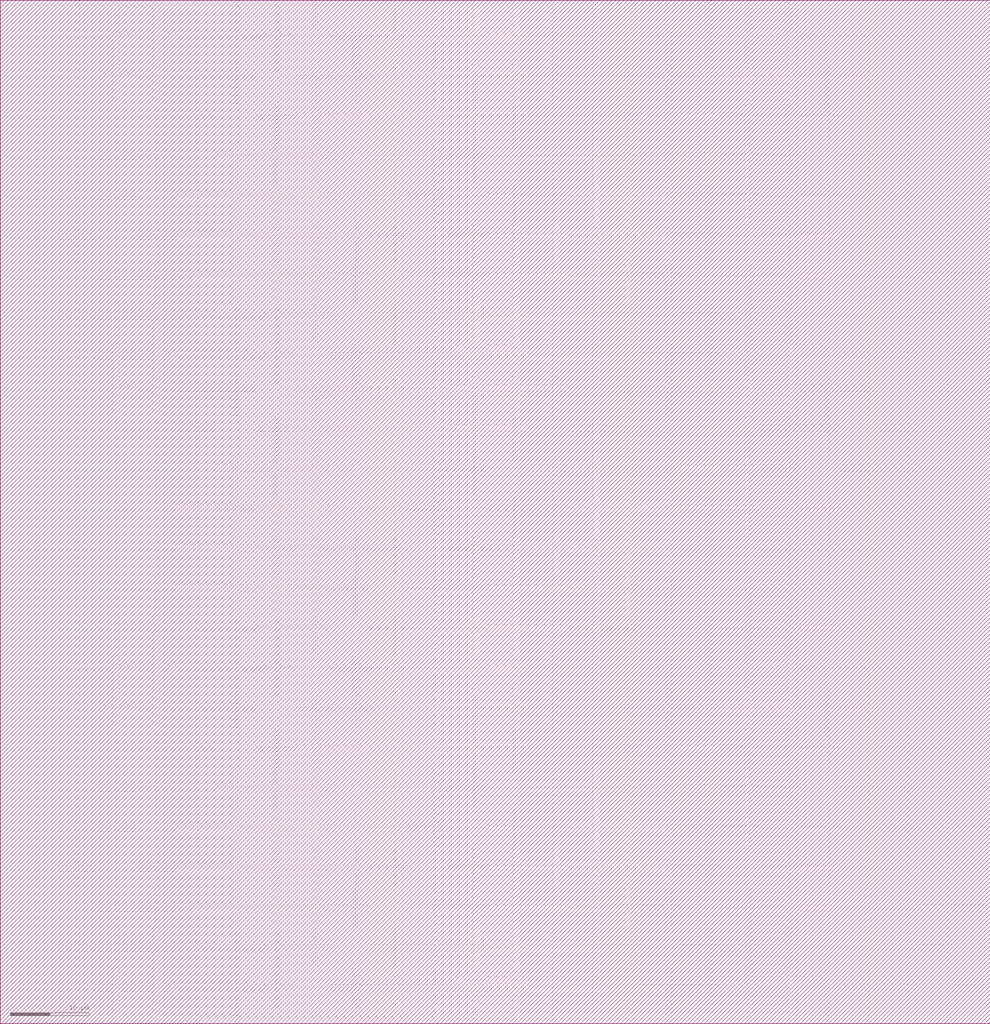
<source format=lef>
VERSION 5.6 ;

BUSBITCHARS "[]" ;

DIVIDERCHAR "/" ;

UNITS
    DATABASE MICRONS 1000 ;
END UNITS

MANUFACTURINGGRID 0.005000 ; 

CLEARANCEMEASURE EUCLIDEAN ; 

USEMINSPACING OBS ON ; 

SITE CoreSite
    CLASS CORE ;
    SIZE 0.600000 BY 0.300000 ;
END CoreSite

LAYER li
   TYPE ROUTING ;
   DIRECTION VERTICAL ;
   MINWIDTH 0.300000 ;
   AREA 0.056250 ;
   WIDTH 0.300000 ;
   SPACINGTABLE
      PARALLELRUNLENGTH 0.0
      WIDTH 0.0 0.225000 ;
   PITCH 0.600000 0.600000 ;
END li

LAYER mcon
    TYPE CUT ;
    SPACING 0.225000 ;
    WIDTH 0.300000 ;
    ENCLOSURE ABOVE 0.075000 0.075000 ;
    ENCLOSURE BELOW 0.000000 0.000000 ;
END mcon

LAYER met1
   TYPE ROUTING ;
   DIRECTION HORIZONTAL ;
   MINWIDTH 0.150000 ;
   AREA 0.084375 ;
   WIDTH 0.150000 ;
   SPACINGTABLE
      PARALLELRUNLENGTH 0.0
      WIDTH 0.0 0.150000 ;
   PITCH 0.300000 0.300000 ;
END met1

LAYER v1
    TYPE CUT ;
    SPACING 0.075000 ;
    WIDTH 0.300000 ;
    ENCLOSURE ABOVE 0.075000 0.075000 ;
    ENCLOSURE BELOW 0.075000 0.075000 ;
END v1

LAYER met2
   TYPE ROUTING ;
   DIRECTION VERTICAL ;
   MINWIDTH 0.150000 ;
   AREA 0.073125 ;
   WIDTH 0.150000 ;
   SPACINGTABLE
      PARALLELRUNLENGTH 0.0
      WIDTH 0.0 0.150000 ;
   PITCH 0.300000 0.300000 ;
END met2

LAYER v2
    TYPE CUT ;
    SPACING 0.150000 ;
    WIDTH 0.300000 ;
    ENCLOSURE ABOVE 0.075000 0.075000 ;
    ENCLOSURE BELOW 0.075000 0.000000 ;
END v2

LAYER met3
   TYPE ROUTING ;
   DIRECTION HORIZONTAL ;
   MINWIDTH 0.300000 ;
   AREA 0.241875 ;
   WIDTH 0.300000 ;
   SPACINGTABLE
      PARALLELRUNLENGTH 0.0
      WIDTH 0.0 0.300000 ;
   PITCH 0.600000 0.600000 ;
END met3

LAYER v3
    TYPE CUT ;
    SPACING 0.150000 ;
    WIDTH 0.450000 ;
    ENCLOSURE ABOVE 0.075000 0.075000 ;
    ENCLOSURE BELOW 0.075000 0.000000 ;
END v3

LAYER met4
   TYPE ROUTING ;
   DIRECTION VERTICAL ;
   MINWIDTH 0.300000 ;
   AREA 0.241875 ;
   WIDTH 0.300000 ;
   SPACINGTABLE
      PARALLELRUNLENGTH 0.0
      WIDTH 0.0 0.300000 ;
   PITCH 0.600000 0.600000 ;
END met4

LAYER v4
    TYPE CUT ;
    SPACING 0.450000 ;
    WIDTH 1.200000 ;
    ENCLOSURE ABOVE 0.150000 0.150000 ;
    ENCLOSURE BELOW 0.000000 0.000000 ;
END v4

LAYER met5
   TYPE ROUTING ;
   DIRECTION HORIZONTAL ;
   MINWIDTH 1.650000 ;
   AREA 4.005000 ;
   WIDTH 1.650000 ;
   SPACINGTABLE
      PARALLELRUNLENGTH 0.0
      WIDTH 0.0 1.650000 ;
   PITCH 3.300000 3.300000 ;
END met5

LAYER OVERLAP
   TYPE OVERLAP ;
END OVERLAP

VIA mcon_C DEFAULT
   LAYER li ;
     RECT -0.150000 -0.150000 0.150000 0.150000 ;
   LAYER mcon ;
     RECT -0.150000 -0.150000 0.150000 0.150000 ;
   LAYER met1 ;
     RECT -0.225000 -0.225000 0.225000 0.225000 ;
END mcon_C

VIA v1_C DEFAULT
   LAYER met1 ;
     RECT -0.225000 -0.225000 0.225000 0.225000 ;
   LAYER v1 ;
     RECT -0.150000 -0.150000 0.150000 0.150000 ;
   LAYER met2 ;
     RECT -0.225000 -0.225000 0.225000 0.225000 ;
END v1_C

VIA v2_C DEFAULT
   LAYER met2 ;
     RECT -0.150000 -0.225000 0.150000 0.225000 ;
   LAYER v2 ;
     RECT -0.150000 -0.150000 0.150000 0.150000 ;
   LAYER met3 ;
     RECT -0.225000 -0.225000 0.225000 0.225000 ;
END v2_C

VIA v2_Ch
   LAYER met2 ;
     RECT -0.225000 -0.150000 0.225000 0.150000 ;
   LAYER v2 ;
     RECT -0.150000 -0.150000 0.150000 0.150000 ;
   LAYER met3 ;
     RECT -0.225000 -0.225000 0.225000 0.225000 ;
END v2_Ch

VIA v2_Cv
   LAYER met2 ;
     RECT -0.150000 -0.225000 0.150000 0.225000 ;
   LAYER v2 ;
     RECT -0.150000 -0.150000 0.150000 0.150000 ;
   LAYER met3 ;
     RECT -0.225000 -0.225000 0.225000 0.225000 ;
END v2_Cv

VIA v3_C DEFAULT
   LAYER met3 ;
     RECT -0.300000 -0.225000 0.300000 0.225000 ;
   LAYER v3 ;
     RECT -0.225000 -0.225000 0.225000 0.225000 ;
   LAYER met4 ;
     RECT -0.300000 -0.300000 0.300000 0.300000 ;
END v3_C

VIA v3_Ch
   LAYER met3 ;
     RECT -0.300000 -0.225000 0.300000 0.225000 ;
   LAYER v3 ;
     RECT -0.225000 -0.225000 0.225000 0.225000 ;
   LAYER met4 ;
     RECT -0.300000 -0.300000 0.300000 0.300000 ;
END v3_Ch

VIA v3_Cv
   LAYER met3 ;
     RECT -0.300000 -0.225000 0.300000 0.225000 ;
   LAYER v3 ;
     RECT -0.225000 -0.225000 0.225000 0.225000 ;
   LAYER met4 ;
     RECT -0.300000 -0.300000 0.300000 0.300000 ;
END v3_Cv

VIA v4_C DEFAULT
   LAYER met4 ;
     RECT -0.600000 -0.600000 0.600000 0.600000 ;
   LAYER v4 ;
     RECT -0.600000 -0.600000 0.600000 0.600000 ;
   LAYER met5 ;
     RECT -0.750000 -0.750000 0.750000 0.750000 ;
END v4_C

MACRO _0_0std_0_0cells_0_0LATCH
    CLASS CORE ;
    FOREIGN _0_0std_0_0cells_0_0LATCH 0.000000 0.000000 ;
    ORIGIN 0.000000 0.000000 ;
    SIZE 7.800000 BY 5.400000 ;
    SYMMETRY X Y ;
    SITE CoreSite ;
    PIN CLK
        DIRECTION INPUT ;
        USE SIGNAL ;
        PORT
        LAYER li ;
        RECT 2.250000 0.900000 2.700000 1.200000 ;
        RECT 2.250000 0.825000 3.600000 0.900000 ;
        RECT 2.250000 0.600000 2.475000 0.825000 ;
        RECT 2.250000 0.525000 2.475000 0.600000 ;
        RECT 2.475000 0.600000 3.300000 0.825000 ;
        RECT 3.000000 4.800000 3.300000 5.100000 ;
        RECT 3.000000 4.350000 3.225000 4.800000 ;
        RECT 3.300000 0.600000 3.525000 0.825000 ;
        RECT 3.525000 0.600000 3.600000 0.825000 ;
        END
        ANTENNAGATEAREA 0.506250 ;
    END CLK
    PIN D
        DIRECTION INPUT ;
        USE SIGNAL ;
        PORT
        LAYER li ;
        RECT 6.300000 4.350000 6.525000 4.425000 ;
        RECT 6.300000 4.125000 6.525000 4.350000 ;
        RECT 6.300000 3.975000 7.425000 4.125000 ;
        RECT 6.525000 4.125000 7.425000 4.200000 ;
        RECT 7.200000 4.800000 7.500000 5.100000 ;
        RECT 7.200000 4.200000 7.425000 4.800000 ;
        END
        ANTENNAGATEAREA 0.337500 ;
    END D
    PIN Q
        DIRECTION OUTPUT ;
        USE SIGNAL ;
        PORT
        LAYER li ;
        RECT 0.600000 4.125000 0.900000 5.100000 ;
        RECT 0.600000 3.900000 1.500000 4.125000 ;
        RECT 1.275000 3.675000 1.500000 3.900000 ;
        RECT 1.275000 3.450000 1.500000 3.675000 ;
        RECT 1.275000 3.375000 1.500000 3.450000 ;
        RECT 1.275000 3.150000 1.500000 3.375000 ;
        RECT 1.275000 1.725000 1.500000 3.150000 ;
        RECT 1.275000 1.500000 1.500000 1.725000 ;
        RECT 1.275000 1.425000 1.500000 1.500000 ;
        RECT 5.250000 3.450000 5.325000 3.675000 ;
        RECT 5.325000 3.450000 5.550000 3.675000 ;
        RECT 5.550000 3.450000 5.625000 3.675000 ;
        LAYER mcon ;
        RECT 1.275000 3.450000 1.500000 3.675000 ;
        RECT 5.325000 3.450000 5.550000 3.675000 ;
        LAYER met1 ;
        RECT 1.200000 3.675000 5.625000 3.750000 ;
        RECT 1.200000 3.450000 1.275000 3.675000 ;
        RECT 1.200000 3.375000 5.625000 3.450000 ;
        RECT 1.275000 3.450000 1.500000 3.675000 ;
        RECT 1.500000 3.450000 5.325000 3.675000 ;
        RECT 5.325000 3.450000 5.550000 3.675000 ;
        RECT 5.550000 3.450000 5.625000 3.675000 ;
        END
        ANTENNAGATEAREA 0.225000 ;
        ANTENNADIFFAREA 0.703125 ;
    END Q
    PIN Vdd
        DIRECTION INPUT ;
        USE POWER ;
        PORT
        LAYER li ;
        RECT 1.800000 3.975000 1.875000 4.200000 ;
        RECT 1.800000 3.375000 2.100000 3.975000 ;
        RECT 1.800000 3.150000 2.025000 3.375000 ;
        RECT 1.800000 3.075000 2.100000 3.150000 ;
        RECT 1.875000 3.975000 2.100000 4.200000 ;
        RECT 2.025000 3.150000 2.100000 3.375000 ;
        RECT 5.850000 3.000000 6.075000 3.975000 ;
        RECT 5.850000 2.775000 6.075000 3.000000 ;
        RECT 5.850000 2.700000 6.075000 2.775000 ;
        RECT 5.850000 4.200000 6.075000 4.275000 ;
        RECT 5.850000 3.975000 6.075000 4.200000 ;
        LAYER mcon ;
        RECT 1.875000 3.975000 2.100000 4.200000 ;
        RECT 5.850000 3.975000 6.075000 4.200000 ;
        LAYER met1 ;
        RECT 1.800000 4.200000 6.150000 4.275000 ;
        RECT 1.800000 3.975000 1.875000 4.200000 ;
        RECT 1.800000 3.900000 6.150000 3.975000 ;
        RECT 1.875000 3.975000 2.100000 4.200000 ;
        RECT 2.100000 3.975000 5.850000 4.200000 ;
        RECT 5.850000 3.975000 6.075000 4.200000 ;
        RECT 6.075000 3.975000 6.150000 4.200000 ;
        END
        ANTENNADIFFAREA 1.040625 ;
    END Vdd
    PIN GND
        DIRECTION INPUT ;
        USE GROUND ;
        PORT
        LAYER li ;
        RECT 1.800000 1.350000 2.025000 1.425000 ;
        RECT 1.800000 1.125000 2.025000 1.350000 ;
        RECT 1.800000 1.050000 2.025000 1.125000 ;
        RECT 5.700000 1.350000 5.925000 1.425000 ;
        RECT 5.325000 0.975000 5.400000 1.200000 ;
        RECT 5.325000 0.900000 5.925000 0.975000 ;
        RECT 5.400000 0.975000 5.625000 1.200000 ;
        RECT 5.625000 1.125000 5.700000 1.200000 ;
        RECT 5.625000 0.975000 5.925000 1.125000 ;
        RECT 5.700000 1.125000 5.925000 1.350000 ;
        LAYER mcon ;
        RECT 1.800000 1.125000 2.025000 1.350000 ;
        RECT 5.400000 0.975000 5.625000 1.200000 ;
        LAYER met1 ;
        RECT 1.725000 1.350000 2.100000 1.425000 ;
        RECT 1.725000 1.125000 1.800000 1.350000 ;
        RECT 1.725000 0.975000 5.400000 1.125000 ;
        RECT 1.725000 0.900000 5.700000 0.975000 ;
        RECT 1.800000 1.125000 2.025000 1.350000 ;
        RECT 5.400000 0.975000 5.625000 1.200000 ;
        RECT 2.025000 1.275000 2.100000 1.350000 ;
        RECT 2.025000 1.200000 5.700000 1.275000 ;
        RECT 2.025000 1.125000 5.400000 1.200000 ;
        RECT 5.625000 0.975000 5.700000 1.200000 ;
        END
        ANTENNADIFFAREA 0.675000 ;
    END GND
    OBS
        LAYER li ;
        RECT 1.350000 0.450000 1.425000 0.675000 ;
        RECT 1.425000 0.450000 1.650000 0.675000 ;
        RECT 2.325000 1.725000 2.550000 3.150000 ;
        RECT 2.325000 1.500000 2.550000 1.725000 ;
        RECT 1.650000 0.450000 1.725000 0.675000 ;
        RECT 2.325000 4.125000 3.975000 4.350000 ;
        RECT 2.325000 3.375000 2.550000 4.125000 ;
        RECT 3.975000 4.125000 4.200000 4.350000 ;
        RECT 2.325000 3.150000 2.550000 3.375000 ;
        RECT 3.825000 0.450000 4.050000 0.675000 ;
        RECT 3.825000 0.375000 4.050000 0.450000 ;
        RECT 4.200000 4.125000 4.275000 4.350000 ;
        RECT 3.075000 2.400000 3.150000 2.625000 ;
        RECT 3.075000 1.500000 3.150000 1.725000 ;
        RECT 3.825000 1.350000 4.050000 2.400000 ;
        RECT 3.825000 1.125000 4.050000 1.350000 ;
        RECT 3.150000 2.400000 3.375000 2.625000 ;
        RECT 3.150000 1.500000 3.375000 1.725000 ;
        RECT 3.375000 2.400000 3.450000 2.625000 ;
        RECT 3.375000 1.500000 3.450000 1.725000 ;
        RECT 2.325000 1.425000 2.550000 1.500000 ;
        RECT 4.275000 1.500000 4.350000 1.725000 ;
        RECT 4.350000 1.500000 4.575000 1.725000 ;
        RECT 3.825000 0.675000 4.050000 1.125000 ;
        RECT 3.825000 2.625000 4.050000 2.700000 ;
        RECT 3.825000 2.400000 4.050000 2.625000 ;
        RECT 4.575000 1.500000 5.175000 1.725000 ;
        RECT 5.100000 2.400000 5.175000 2.625000 ;
        RECT 5.175000 1.500000 5.400000 1.725000 ;
        RECT 4.275000 2.925000 4.350000 3.150000 ;
        RECT 5.175000 2.400000 5.400000 2.625000 ;
        RECT 5.400000 1.500000 5.475000 1.725000 ;
        RECT 4.350000 2.925000 4.575000 3.150000 ;
        RECT 5.400000 2.400000 5.475000 2.625000 ;
        RECT 4.575000 2.925000 4.650000 3.150000 ;
        RECT 6.300000 1.500000 6.375000 1.725000 ;
        RECT 6.375000 1.500000 6.600000 1.725000 ;
        RECT 6.300000 2.925000 6.375000 3.150000 ;
        RECT 6.600000 1.500000 6.675000 1.725000 ;
        RECT 6.375000 2.925000 6.600000 3.150000 ;
        RECT 6.600000 2.925000 6.675000 3.150000 ;
        LAYER met1 ;
        RECT 1.200000 0.675000 4.125000 0.750000 ;
        RECT 1.200000 0.450000 1.425000 0.675000 ;
        RECT 1.200000 0.375000 4.125000 0.450000 ;
        RECT 1.425000 0.450000 1.650000 0.675000 ;
        RECT 1.650000 0.450000 3.825000 0.675000 ;
        RECT 3.825000 0.450000 4.050000 0.675000 ;
        RECT 4.050000 0.450000 4.125000 0.675000 ;
        RECT 3.075000 2.625000 5.475000 2.700000 ;
        RECT 3.075000 2.400000 3.150000 2.625000 ;
        RECT 3.075000 2.325000 5.475000 2.400000 ;
        RECT 3.075000 1.725000 6.675000 1.800000 ;
        RECT 3.075000 1.500000 3.150000 1.725000 ;
        RECT 3.075000 1.425000 6.675000 1.500000 ;
        RECT 3.150000 2.400000 3.375000 2.625000 ;
        RECT 3.150000 1.500000 3.375000 1.725000 ;
        RECT 3.375000 2.400000 5.175000 2.625000 ;
        RECT 3.375000 1.500000 6.375000 1.725000 ;
        RECT 4.275000 3.150000 6.675000 3.225000 ;
        RECT 4.275000 2.925000 4.350000 3.150000 ;
        RECT 4.275000 2.850000 6.675000 2.925000 ;
        RECT 5.175000 2.400000 5.400000 2.625000 ;
        RECT 6.375000 1.500000 6.600000 1.725000 ;
        RECT 4.350000 2.925000 4.575000 3.150000 ;
        RECT 5.400000 2.400000 5.475000 2.625000 ;
        RECT 6.600000 1.500000 6.675000 1.725000 ;
        RECT 4.575000 2.925000 6.375000 3.150000 ;
        RECT 6.375000 2.925000 6.600000 3.150000 ;
        RECT 6.600000 2.925000 6.675000 3.150000 ;
    END
END _0_0std_0_0cells_0_0LATCH

MACRO _0_0cell_0_0gcelem2x0
    CLASS CORE ;
    FOREIGN _0_0cell_0_0gcelem2x0 0.000000 0.000000 ;
    ORIGIN 0.000000 0.000000 ;
    SIZE 6.600000 BY 4.800000 ;
    SYMMETRY X Y ;
    SITE CoreSite ;
    PIN in_50_6
        DIRECTION INPUT ;
        USE SIGNAL ;
        PORT
        LAYER li ;
        RECT 4.350000 0.900000 4.425000 1.125000 ;
        RECT 4.425000 0.900000 4.650000 1.125000 ;
        RECT 4.650000 0.900000 4.725000 1.125000 ;
        RECT 4.500000 0.600000 4.725000 0.900000 ;
        RECT 4.500000 0.300000 4.800000 0.600000 ;
        END
        ANTENNAGATEAREA 0.247500 ;
    END in_50_6
    PIN in_51_6
        DIRECTION INPUT ;
        USE SIGNAL ;
        PORT
        LAYER li ;
        RECT 3.750000 3.900000 3.825000 4.125000 ;
        RECT 3.825000 3.900000 4.050000 4.125000 ;
        RECT 4.050000 3.900000 4.425000 4.125000 ;
        RECT 4.200000 4.200000 4.500000 4.500000 ;
        RECT 4.200000 4.125000 4.425000 4.200000 ;
        END
        ANTENNAGATEAREA 0.247500 ;
    END in_51_6
    PIN out
        DIRECTION OUTPUT ;
        USE SIGNAL ;
        PORT
        LAYER li ;
        RECT 3.675000 1.800000 3.900000 2.025000 ;
        RECT 3.675000 1.725000 3.900000 1.800000 ;
        RECT 3.675000 2.925000 3.900000 3.000000 ;
        RECT 3.675000 2.700000 3.900000 2.925000 ;
        RECT 3.675000 2.475000 3.900000 2.700000 ;
        RECT 3.675000 2.250000 3.900000 2.475000 ;
        RECT 3.675000 2.025000 3.900000 2.250000 ;
        RECT 6.000000 2.700000 6.300000 3.000000 ;
        RECT 6.000000 2.400000 6.225000 2.700000 ;
        RECT 6.000000 2.175000 6.225000 2.400000 ;
        RECT 6.000000 2.100000 6.225000 2.175000 ;
        LAYER mcon ;
        RECT 3.675000 2.250000 3.900000 2.475000 ;
        RECT 6.000000 2.175000 6.225000 2.400000 ;
        LAYER met1 ;
        RECT 5.925000 2.175000 6.000000 2.250000 ;
        RECT 5.925000 2.100000 6.300000 2.175000 ;
        RECT 6.000000 2.175000 6.225000 2.400000 ;
        RECT 6.225000 2.175000 6.300000 2.400000 ;
        RECT 3.600000 2.475000 3.975000 2.550000 ;
        RECT 3.600000 2.250000 3.675000 2.475000 ;
        RECT 3.600000 2.175000 3.975000 2.250000 ;
        RECT 3.675000 2.250000 3.900000 2.475000 ;
        RECT 3.900000 2.400000 3.975000 2.475000 ;
        RECT 3.900000 2.250000 6.000000 2.400000 ;
        RECT 5.925000 2.400000 6.300000 2.475000 ;
        END
        ANTENNAGATEAREA 0.360000 ;
        ANTENNADIFFAREA 0.697500 ;
    END out
    PIN Vdd
        DIRECTION INPUT ;
        USE POWER ;
        PORT
        LAYER li ;
        RECT 0.675000 3.000000 0.900000 3.075000 ;
        RECT 0.675000 2.775000 0.900000 3.000000 ;
        RECT 0.675000 2.700000 0.900000 2.775000 ;
        RECT 1.575000 1.425000 1.800000 2.775000 ;
        RECT 1.575000 1.200000 1.800000 1.425000 ;
        RECT 1.575000 1.125000 1.800000 1.200000 ;
        RECT 1.575000 3.000000 1.800000 3.075000 ;
        RECT 1.575000 2.775000 1.800000 3.000000 ;
        RECT 4.575000 3.000000 4.800000 3.075000 ;
        RECT 4.575000 2.775000 4.800000 3.000000 ;
        RECT 4.575000 2.700000 4.800000 2.775000 ;
        LAYER mcon ;
        RECT 0.675000 2.775000 0.900000 3.000000 ;
        RECT 1.575000 2.775000 1.800000 3.000000 ;
        RECT 4.575000 2.775000 4.800000 3.000000 ;
        LAYER met1 ;
        RECT 0.600000 3.000000 4.875000 3.075000 ;
        RECT 0.600000 2.775000 0.675000 3.000000 ;
        RECT 0.600000 2.700000 4.875000 2.775000 ;
        RECT 0.675000 2.775000 0.900000 3.000000 ;
        RECT 0.900000 2.775000 1.575000 3.000000 ;
        RECT 1.575000 2.775000 1.800000 3.000000 ;
        RECT 1.800000 2.775000 4.575000 3.000000 ;
        RECT 4.575000 2.775000 4.800000 3.000000 ;
        RECT 4.800000 2.775000 4.875000 3.000000 ;
        END
        ANTENNAGATEAREA 0.945000 ;
        ANTENNADIFFAREA 0.495000 ;
    END Vdd
    PIN GND
        DIRECTION INPUT ;
        USE GROUND ;
        PORT
        LAYER li ;
        RECT 0.675000 1.950000 0.900000 2.025000 ;
        RECT 0.675000 1.725000 0.900000 1.950000 ;
        RECT 0.675000 1.650000 0.900000 1.725000 ;
        RECT 1.125000 3.600000 1.350000 3.675000 ;
        RECT 1.125000 3.375000 1.350000 3.600000 ;
        RECT 1.125000 1.950000 1.350000 3.375000 ;
        RECT 1.125000 1.725000 1.350000 1.950000 ;
        RECT 1.125000 1.650000 1.350000 1.725000 ;
        RECT 4.500000 1.725000 4.575000 1.950000 ;
        RECT 4.575000 1.725000 4.800000 1.950000 ;
        RECT 4.800000 1.725000 4.875000 1.950000 ;
        LAYER mcon ;
        RECT 0.675000 1.725000 0.900000 1.950000 ;
        RECT 1.125000 1.725000 1.350000 1.950000 ;
        RECT 4.575000 1.725000 4.800000 1.950000 ;
        LAYER met1 ;
        RECT 0.600000 1.950000 4.875000 2.025000 ;
        RECT 0.600000 1.725000 0.675000 1.950000 ;
        RECT 0.600000 1.650000 4.875000 1.725000 ;
        RECT 0.675000 1.725000 0.900000 1.950000 ;
        RECT 0.900000 1.725000 1.125000 1.950000 ;
        RECT 1.125000 1.725000 1.350000 1.950000 ;
        RECT 1.350000 1.725000 4.575000 1.950000 ;
        RECT 4.575000 1.725000 4.800000 1.950000 ;
        RECT 4.800000 1.725000 4.875000 1.950000 ;
        END
        ANTENNAGATEAREA 0.472500 ;
        ANTENNADIFFAREA 0.427500 ;
    END GND
    OBS
        LAYER li ;
        RECT 3.150000 3.600000 3.375000 3.675000 ;
        RECT 3.150000 3.375000 3.375000 3.600000 ;
        RECT 3.150000 3.300000 3.375000 3.375000 ;
        RECT 5.250000 3.600000 5.475000 3.675000 ;
        RECT 5.250000 3.375000 5.475000 3.600000 ;
        RECT 5.250000 2.925000 5.475000 3.375000 ;
        RECT 5.250000 2.700000 5.475000 2.925000 ;
        RECT 5.250000 2.025000 5.475000 2.700000 ;
        RECT 5.250000 1.800000 5.475000 2.025000 ;
        RECT 5.250000 1.725000 5.475000 1.800000 ;
        LAYER met1 ;
        RECT 3.075000 3.600000 5.550000 3.675000 ;
        RECT 3.075000 3.375000 3.150000 3.600000 ;
        RECT 3.075000 3.300000 5.550000 3.375000 ;
        RECT 3.150000 3.375000 3.375000 3.600000 ;
        RECT 3.375000 3.375000 5.250000 3.600000 ;
        RECT 5.250000 3.375000 5.475000 3.600000 ;
        RECT 5.475000 3.375000 5.550000 3.600000 ;
    END
END _0_0cell_0_0gcelem2x0

MACRO _0_0std_0_0cells_0_0OR2X1
    CLASS CORE ;
    FOREIGN _0_0std_0_0cells_0_0OR2X1 0.000000 0.000000 ;
    ORIGIN 0.000000 0.000000 ;
    SIZE 4.200000 BY 3.900000 ;
    SYMMETRY X Y ;
    SITE CoreSite ;
    PIN A
        DIRECTION INPUT ;
        USE SIGNAL ;
        PORT
        LAYER li ;
        RECT 1.500000 2.850000 1.575000 3.075000 ;
        RECT 1.575000 2.850000 1.800000 3.075000 ;
        RECT 1.800000 3.000000 2.400000 3.075000 ;
        RECT 1.800000 2.850000 2.325000 3.000000 ;
        RECT 2.100000 3.075000 2.400000 3.300000 ;
        END
        ANTENNAGATEAREA 0.236250 ;
    END A
    PIN B
        DIRECTION INPUT ;
        USE SIGNAL ;
        PORT
        LAYER li ;
        RECT 0.300000 3.300000 0.600000 3.600000 ;
        RECT 0.375000 3.075000 0.600000 3.300000 ;
        RECT 0.375000 2.850000 0.825000 3.075000 ;
        RECT 0.825000 2.850000 1.050000 3.075000 ;
        RECT 1.050000 2.850000 1.125000 3.075000 ;
        END
        ANTENNAGATEAREA 0.236250 ;
    END B
    PIN Y
        DIRECTION OUTPUT ;
        USE SIGNAL ;
        PORT
        LAYER li ;
        RECT 2.250000 0.525000 2.475000 0.600000 ;
        RECT 2.250000 1.800000 3.600000 2.025000 ;
        RECT 2.250000 1.725000 2.475000 1.800000 ;
        RECT 2.250000 1.500000 2.475000 1.725000 ;
        RECT 2.250000 0.825000 2.475000 1.500000 ;
        RECT 2.250000 0.600000 2.475000 0.825000 ;
        RECT 3.300000 2.025000 3.600000 2.100000 ;
        END
        ANTENNADIFFAREA 0.393750 ;
    END Y
    PIN Vdd
        DIRECTION INPUT ;
        USE POWER ;
        PORT
        LAYER li ;
        RECT 1.725000 1.950000 1.950000 2.025000 ;
        RECT 1.725000 1.725000 1.950000 1.950000 ;
        RECT 1.725000 1.650000 1.950000 1.725000 ;
        LAYER mcon ;
        RECT 1.725000 1.725000 1.950000 1.950000 ;
        LAYER met1 ;
        RECT 1.650000 1.950000 2.025000 2.025000 ;
        RECT 1.650000 1.725000 1.725000 1.950000 ;
        RECT 1.650000 1.650000 2.025000 1.725000 ;
        RECT 1.725000 1.725000 1.950000 1.950000 ;
        RECT 1.950000 1.725000 2.025000 1.950000 ;
        END
        ANTENNADIFFAREA 0.382500 ;
    END Vdd
    PIN GND
        DIRECTION INPUT ;
        USE GROUND ;
        PORT
        LAYER li ;
        RECT 0.600000 0.525000 0.675000 0.750000 ;
        RECT 0.600000 0.300000 0.975000 0.525000 ;
        RECT 0.675000 0.525000 0.900000 0.750000 ;
        RECT 0.900000 0.525000 0.975000 0.750000 ;
        RECT 1.725000 0.450000 1.950000 0.525000 ;
        RECT 1.725000 0.525000 1.950000 0.750000 ;
        RECT 1.725000 0.750000 1.950000 0.825000 ;
        LAYER mcon ;
        RECT 0.675000 0.525000 0.900000 0.750000 ;
        RECT 1.725000 0.525000 1.950000 0.750000 ;
        LAYER met1 ;
        RECT 0.600000 0.750000 2.025000 0.825000 ;
        RECT 0.600000 0.525000 0.675000 0.750000 ;
        RECT 0.600000 0.450000 2.025000 0.525000 ;
        RECT 0.675000 0.525000 0.900000 0.750000 ;
        RECT 0.900000 0.525000 1.725000 0.750000 ;
        RECT 1.725000 0.525000 1.950000 0.750000 ;
        RECT 1.950000 0.525000 2.025000 0.750000 ;
        END
        ANTENNADIFFAREA 0.337500 ;
    END GND
    OBS
        LAYER li ;
        RECT 0.675000 1.725000 0.900000 1.800000 ;
        RECT 0.675000 1.500000 0.900000 1.725000 ;
        RECT 0.675000 1.275000 0.900000 1.500000 ;
        RECT 0.675000 1.050000 0.900000 1.275000 ;
        RECT 0.675000 0.975000 0.900000 1.050000 ;
        RECT 1.200000 1.275000 1.425000 1.350000 ;
        RECT 1.200000 1.050000 1.425000 1.275000 ;
        RECT 1.200000 0.825000 1.425000 1.050000 ;
        RECT 1.200000 0.600000 1.425000 0.825000 ;
        RECT 1.200000 0.525000 1.425000 0.600000 ;
        RECT 2.775000 1.125000 3.000000 1.200000 ;
        RECT 2.775000 0.900000 3.000000 1.125000 ;
        RECT 2.775000 0.825000 3.000000 0.900000 ;
        LAYER met1 ;
        RECT 0.600000 1.275000 0.975000 1.350000 ;
        RECT 0.600000 1.050000 0.675000 1.275000 ;
        RECT 0.600000 0.975000 0.975000 1.050000 ;
        RECT 0.675000 1.050000 0.900000 1.275000 ;
        RECT 1.125000 1.275000 1.500000 1.350000 ;
        RECT 0.900000 1.125000 1.200000 1.275000 ;
        RECT 0.900000 1.050000 0.975000 1.125000 ;
        RECT 1.125000 0.975000 1.500000 1.050000 ;
        RECT 2.700000 0.900000 2.775000 1.050000 ;
        RECT 2.700000 0.825000 3.075000 0.900000 ;
        RECT 2.775000 0.900000 3.000000 1.125000 ;
        RECT 1.125000 1.050000 1.200000 1.125000 ;
        RECT 3.000000 0.900000 3.075000 1.125000 ;
        RECT 1.200000 1.050000 1.425000 1.275000 ;
        RECT 1.425000 1.200000 1.500000 1.275000 ;
        RECT 1.425000 1.125000 3.075000 1.200000 ;
        RECT 1.425000 1.050000 2.775000 1.125000 ;
    END
END _0_0std_0_0cells_0_0OR2X1

MACRO _0_0cell_0_0ginvx0
    CLASS CORE ;
    FOREIGN _0_0cell_0_0ginvx0 0.000000 0.000000 ;
    ORIGIN 0.000000 0.000000 ;
    SIZE 2.400000 BY 2.700000 ;
    SYMMETRY X Y ;
    SITE CoreSite ;
    PIN in_50_6
        DIRECTION INPUT ;
        USE SIGNAL ;
        PORT
        LAYER li ;
        RECT 1.125000 2.175000 1.200000 2.400000 ;
        RECT 1.200000 2.175000 1.425000 2.400000 ;
        RECT 1.425000 2.175000 2.100000 2.400000 ;
        RECT 1.800000 2.100000 2.100000 2.175000 ;
        END
        ANTENNAGATEAREA 0.135000 ;
    END in_50_6
    PIN out
        DIRECTION OUTPUT ;
        USE SIGNAL ;
        PORT
        LAYER li ;
        RECT 1.200000 0.525000 1.425000 0.750000 ;
        RECT 1.200000 0.450000 1.425000 0.525000 ;
        RECT 1.800000 0.900000 2.100000 0.975000 ;
        RECT 1.200000 1.725000 1.425000 1.800000 ;
        RECT 1.200000 1.500000 1.425000 1.725000 ;
        RECT 1.200000 1.200000 1.425000 1.500000 ;
        RECT 1.200000 0.975000 2.100000 1.200000 ;
        RECT 1.200000 0.750000 1.425000 0.975000 ;
        END
        ANTENNADIFFAREA 0.337500 ;
    END out
    PIN Vdd
        DIRECTION INPUT ;
        USE POWER ;
        PORT
        LAYER li ;
        RECT 0.600000 1.575000 0.675000 1.800000 ;
        RECT 0.600000 1.500000 0.900000 1.575000 ;
        RECT 0.675000 1.575000 0.900000 1.800000 ;
        RECT 0.900000 1.575000 0.975000 1.800000 ;
        LAYER mcon ;
        RECT 0.675000 1.575000 0.900000 1.800000 ;
        LAYER met1 ;
        RECT 0.600000 1.800000 0.975000 1.875000 ;
        RECT 0.600000 1.575000 0.675000 1.800000 ;
        RECT 0.600000 1.500000 0.975000 1.575000 ;
        RECT 0.675000 1.575000 0.900000 1.800000 ;
        RECT 0.900000 1.575000 0.975000 1.800000 ;
        END
        ANTENNADIFFAREA 0.168750 ;
    END Vdd
    PIN GND
        DIRECTION INPUT ;
        USE GROUND ;
        PORT
        LAYER li ;
        RECT 0.600000 0.825000 0.900000 0.900000 ;
        RECT 0.600000 0.600000 0.675000 0.825000 ;
        RECT 0.675000 0.600000 0.900000 0.825000 ;
        RECT 0.900000 0.600000 0.975000 0.825000 ;
        LAYER met1 ;
        RECT 0.600000 0.525000 0.975000 0.900000 ;
        END
        ANTENNADIFFAREA 0.168750 ;
    END GND
END _0_0cell_0_0ginvx0

MACRO _0_0std_0_0cells_0_0AND2X1
    CLASS CORE ;
    FOREIGN _0_0std_0_0cells_0_0AND2X1 0.000000 0.000000 ;
    ORIGIN 0.000000 0.000000 ;
    SIZE 4.200000 BY 4.200000 ;
    SYMMETRY X Y ;
    SITE CoreSite ;
    PIN A
        DIRECTION INPUT ;
        USE SIGNAL ;
        PORT
        LAYER li ;
        RECT 1.200000 3.600000 1.500000 3.900000 ;
        RECT 1.275000 3.375000 1.875000 3.600000 ;
        RECT 1.875000 3.375000 2.100000 3.600000 ;
        RECT 2.100000 3.375000 2.175000 3.600000 ;
        END
        ANTENNAGATEAREA 0.202500 ;
    END A
    PIN B
        DIRECTION INPUT ;
        USE SIGNAL ;
        PORT
        LAYER li ;
        RECT 0.600000 0.300000 0.900000 0.600000 ;
        RECT 0.675000 0.600000 1.275000 0.825000 ;
        RECT 1.275000 0.600000 1.500000 0.825000 ;
        RECT 1.500000 0.600000 1.575000 0.825000 ;
        END
        ANTENNAGATEAREA 0.202500 ;
    END B
    PIN Y
        DIRECTION OUTPUT ;
        USE SIGNAL ;
        PORT
        LAYER li ;
        RECT 2.850000 3.000000 3.900000 3.225000 ;
        RECT 2.850000 2.850000 3.075000 3.000000 ;
        RECT 2.850000 2.625000 3.075000 2.850000 ;
        RECT 2.850000 1.725000 3.075000 2.625000 ;
        RECT 2.850000 1.500000 3.075000 1.725000 ;
        RECT 2.850000 1.425000 3.075000 1.500000 ;
        RECT 3.600000 3.225000 3.900000 3.300000 ;
        END
        ANTENNADIFFAREA 0.393750 ;
    END Y
    PIN Vdd
        DIRECTION INPUT ;
        USE POWER ;
        PORT
        LAYER li ;
        RECT 1.275000 2.850000 1.500000 2.925000 ;
        RECT 1.275000 2.625000 1.500000 2.850000 ;
        RECT 1.275000 2.550000 1.500000 2.625000 ;
        RECT 2.325000 2.850000 2.550000 2.925000 ;
        RECT 2.325000 2.625000 2.550000 2.850000 ;
        RECT 2.325000 2.550000 2.550000 2.625000 ;
        LAYER mcon ;
        RECT 1.275000 2.625000 1.500000 2.850000 ;
        RECT 2.325000 2.625000 2.550000 2.850000 ;
        LAYER met1 ;
        RECT 1.200000 2.850000 2.625000 2.925000 ;
        RECT 1.200000 2.625000 1.275000 2.850000 ;
        RECT 1.200000 2.550000 2.625000 2.625000 ;
        RECT 1.275000 2.625000 1.500000 2.850000 ;
        RECT 1.500000 2.625000 2.325000 2.850000 ;
        RECT 2.325000 2.625000 2.550000 2.850000 ;
        RECT 2.550000 2.625000 2.625000 2.850000 ;
        END
        ANTENNADIFFAREA 0.450000 ;
    END Vdd
    PIN GND
        DIRECTION INPUT ;
        USE GROUND ;
        PORT
        LAYER li ;
        RECT 2.325000 1.425000 2.550000 1.650000 ;
        RECT 2.325000 1.200000 2.550000 1.425000 ;
        RECT 2.325000 0.975000 2.400000 1.200000 ;
        RECT 2.325000 0.900000 2.700000 0.975000 ;
        RECT 2.325000 1.650000 2.550000 1.725000 ;
        RECT 2.400000 0.975000 2.625000 1.200000 ;
        RECT 2.625000 0.975000 2.700000 1.200000 ;
        LAYER mcon ;
        RECT 2.400000 0.975000 2.625000 1.200000 ;
        LAYER met1 ;
        RECT 2.325000 1.200000 2.700000 1.275000 ;
        RECT 2.325000 0.975000 2.400000 1.200000 ;
        RECT 2.325000 0.900000 2.700000 0.975000 ;
        RECT 2.400000 0.975000 2.625000 1.200000 ;
        RECT 2.625000 0.975000 2.700000 1.200000 ;
        END
        ANTENNADIFFAREA 0.258750 ;
    END GND
    OBS
        LAYER li ;
        RECT 1.275000 2.025000 1.500000 2.100000 ;
        RECT 1.275000 1.800000 1.500000 2.025000 ;
        RECT 1.275000 1.725000 1.500000 1.800000 ;
        RECT 1.275000 1.500000 1.500000 1.725000 ;
        RECT 1.275000 1.425000 1.500000 1.500000 ;
        RECT 1.800000 2.625000 2.025000 2.700000 ;
        RECT 1.800000 2.400000 2.025000 2.625000 ;
        RECT 1.800000 2.025000 2.025000 2.400000 ;
        RECT 1.800000 1.800000 2.025000 2.025000 ;
        RECT 1.800000 1.725000 2.025000 1.800000 ;
        RECT 3.375000 2.025000 3.600000 2.100000 ;
        RECT 3.375000 1.800000 3.600000 2.025000 ;
        RECT 3.375000 1.725000 3.600000 1.800000 ;
        LAYER met1 ;
        RECT 1.200000 2.025000 3.675000 2.100000 ;
        RECT 1.200000 1.800000 1.275000 2.025000 ;
        RECT 1.200000 1.725000 3.675000 1.800000 ;
        RECT 1.275000 1.800000 1.500000 2.025000 ;
        RECT 1.500000 1.800000 1.800000 2.025000 ;
        RECT 1.800000 1.800000 2.025000 2.025000 ;
        RECT 2.025000 1.800000 3.375000 2.025000 ;
        RECT 3.375000 1.800000 3.600000 2.025000 ;
        RECT 3.600000 1.800000 3.675000 2.025000 ;
    END
END _0_0std_0_0cells_0_0AND2X1

MACRO _0_0std_0_0cells_0_0INVX1
    CLASS CORE ;
    FOREIGN _0_0std_0_0cells_0_0INVX1 0.000000 0.000000 ;
    ORIGIN 0.000000 0.000000 ;
    SIZE 2.400000 BY 3.000000 ;
    SYMMETRY X Y ;
    SITE CoreSite ;
    PIN A
        DIRECTION INPUT ;
        USE SIGNAL ;
        PORT
        LAYER li ;
        RECT 0.975000 2.325000 1.050000 2.550000 ;
        RECT 1.050000 2.325000 1.275000 2.550000 ;
        RECT 1.275000 2.400000 2.025000 2.550000 ;
        RECT 1.275000 2.325000 2.100000 2.400000 ;
        RECT 1.800000 2.100000 2.100000 2.325000 ;
        END
        ANTENNAGATEAREA 0.157500 ;
    END A
    PIN Y
        DIRECTION OUTPUT ;
        USE SIGNAL ;
        PORT
        LAYER li ;
        RECT 1.200000 0.525000 1.425000 0.600000 ;
        RECT 1.200000 1.725000 1.425000 1.800000 ;
        RECT 1.200000 1.500000 1.425000 1.725000 ;
        RECT 1.200000 1.200000 1.425000 1.500000 ;
        RECT 1.200000 0.975000 2.100000 1.200000 ;
        RECT 1.200000 0.825000 1.425000 0.975000 ;
        RECT 1.200000 0.600000 1.425000 0.825000 ;
        RECT 1.800000 0.900000 2.100000 0.975000 ;
        END
        ANTENNADIFFAREA 0.393750 ;
    END Y
    PIN Vdd
        DIRECTION INPUT ;
        USE POWER ;
        PORT
        LAYER li ;
        RECT 0.600000 1.725000 0.900000 1.800000 ;
        RECT 0.600000 1.500000 0.675000 1.725000 ;
        RECT 0.675000 1.500000 0.900000 1.725000 ;
        RECT 0.900000 1.500000 0.975000 1.725000 ;
        LAYER mcon ;
        RECT 0.675000 1.500000 0.900000 1.725000 ;
        LAYER met1 ;
        RECT 0.600000 1.725000 0.975000 1.800000 ;
        RECT 0.600000 1.500000 0.675000 1.725000 ;
        RECT 0.600000 1.425000 0.975000 1.500000 ;
        RECT 0.675000 1.500000 0.900000 1.725000 ;
        RECT 0.900000 1.500000 0.975000 1.725000 ;
        END
        ANTENNADIFFAREA 0.225000 ;
    END Vdd
    PIN GND
        DIRECTION INPUT ;
        USE GROUND ;
        PORT
        LAYER li ;
        RECT 0.600000 0.825000 0.900000 0.900000 ;
        RECT 0.600000 0.600000 0.675000 0.825000 ;
        RECT 0.675000 0.600000 0.900000 0.825000 ;
        RECT 0.900000 0.600000 0.975000 0.825000 ;
        LAYER mcon ;
        RECT 0.675000 0.600000 0.900000 0.825000 ;
        LAYER met1 ;
        RECT 0.600000 0.825000 0.975000 0.900000 ;
        RECT 0.600000 0.600000 0.675000 0.825000 ;
        RECT 0.600000 0.525000 0.975000 0.600000 ;
        RECT 0.675000 0.600000 0.900000 0.825000 ;
        RECT 0.900000 0.600000 0.975000 0.825000 ;
        END
        ANTENNADIFFAREA 0.168750 ;
    END GND
END _0_0std_0_0cells_0_0INVX1

MACRO _0_0std_0_0cells_0_0NOR2X1
    CLASS CORE ;
    FOREIGN _0_0std_0_0cells_0_0NOR2X1 0.000000 0.000000 ;
    ORIGIN 0.000000 0.000000 ;
    SIZE 3.000000 BY 3.900000 ;
    SYMMETRY X Y ;
    SITE CoreSite ;
    PIN A
        DIRECTION INPUT ;
        USE SIGNAL ;
        PORT
        LAYER li ;
        RECT 0.300000 3.300000 0.600000 3.600000 ;
        RECT 0.375000 3.225000 0.600000 3.300000 ;
        RECT 0.375000 3.000000 0.825000 3.225000 ;
        RECT 0.825000 3.000000 1.050000 3.225000 ;
        RECT 1.050000 3.000000 1.125000 3.225000 ;
        END
        ANTENNAGATEAREA 0.236250 ;
    END A
    PIN B
        DIRECTION INPUT ;
        USE SIGNAL ;
        PORT
        LAYER li ;
        RECT 1.500000 3.000000 1.575000 3.225000 ;
        RECT 1.575000 3.000000 1.800000 3.225000 ;
        RECT 1.800000 3.000000 2.700000 3.225000 ;
        RECT 2.400000 3.225000 2.700000 3.300000 ;
        END
        ANTENNAGATEAREA 0.236250 ;
    END B
    PIN Y
        DIRECTION OUTPUT ;
        USE SIGNAL ;
        PORT
        LAYER li ;
        RECT 1.200000 1.500000 1.725000 1.725000 ;
        RECT 1.200000 0.825000 1.425000 1.500000 ;
        RECT 1.200000 0.600000 1.425000 0.825000 ;
        RECT 1.200000 0.525000 1.425000 0.600000 ;
        RECT 1.725000 1.500000 1.950000 1.725000 ;
        RECT 1.950000 1.500000 2.700000 1.725000 ;
        RECT 2.400000 1.725000 2.700000 1.800000 ;
        END
        ANTENNADIFFAREA 0.590625 ;
    END Y
    PIN Vdd
        DIRECTION INPUT ;
        USE POWER ;
        PORT
        LAYER li ;
        RECT 0.675000 2.475000 0.900000 2.550000 ;
        RECT 0.675000 2.250000 0.900000 2.475000 ;
        RECT 0.675000 2.175000 0.900000 2.250000 ;
        LAYER mcon ;
        RECT 0.675000 2.250000 0.900000 2.475000 ;
        LAYER met1 ;
        RECT 0.600000 2.475000 0.975000 2.550000 ;
        RECT 0.600000 2.250000 0.675000 2.475000 ;
        RECT 0.600000 2.175000 0.975000 2.250000 ;
        RECT 0.675000 2.250000 0.900000 2.475000 ;
        RECT 0.900000 2.250000 0.975000 2.475000 ;
        END
        ANTENNADIFFAREA 0.421875 ;
    END Vdd
    PIN GND
        DIRECTION INPUT ;
        USE GROUND ;
        PORT
        LAYER li ;
        RECT 0.675000 0.750000 0.900000 0.825000 ;
        RECT 0.675000 0.525000 0.900000 0.750000 ;
        RECT 0.675000 0.450000 0.900000 0.525000 ;
        RECT 1.725000 0.450000 1.950000 0.525000 ;
        RECT 1.725000 0.525000 1.950000 0.750000 ;
        RECT 1.725000 0.750000 1.950000 0.825000 ;
        LAYER mcon ;
        RECT 0.675000 0.525000 0.900000 0.750000 ;
        RECT 1.725000 0.525000 1.950000 0.750000 ;
        LAYER met1 ;
        RECT 0.600000 0.750000 2.025000 0.825000 ;
        RECT 0.600000 0.525000 0.675000 0.750000 ;
        RECT 0.600000 0.450000 2.025000 0.525000 ;
        RECT 0.675000 0.525000 0.900000 0.750000 ;
        RECT 0.900000 0.525000 1.725000 0.750000 ;
        RECT 1.725000 0.525000 1.950000 0.750000 ;
        RECT 1.950000 0.525000 2.025000 0.750000 ;
        END
        ANTENNADIFFAREA 0.337500 ;
    END GND
END _0_0std_0_0cells_0_0NOR2X1

MACRO _0_0std_0_0cells_0_0TIELOX1
    CLASS CORE ;
    FOREIGN _0_0std_0_0cells_0_0TIELOX1 0.000000 0.000000 ;
    ORIGIN 0.000000 0.000000 ;
    SIZE 2.400000 BY 3.000000 ;
    SYMMETRY X Y ;
    SITE CoreSite ;
    PIN Y
        DIRECTION OUTPUT ;
        USE SIGNAL ;
        PORT
        LAYER li ;
        RECT 1.125000 0.600000 1.200000 0.825000 ;
        RECT 1.200000 0.600000 1.425000 0.825000 ;
        RECT 1.425000 0.600000 2.100000 0.825000 ;
        RECT 1.800000 0.825000 2.100000 0.900000 ;
        END
        ANTENNADIFFAREA 0.168750 ;
    END Y
    PIN Vdd
        DIRECTION INPUT ;
        USE POWER ;
        PORT
        LAYER li ;
        RECT 0.675000 2.100000 0.900000 2.175000 ;
        RECT 0.675000 1.875000 0.900000 2.100000 ;
        RECT 0.675000 1.800000 0.900000 1.875000 ;
        LAYER mcon ;
        RECT 0.675000 1.875000 0.900000 2.100000 ;
        LAYER met1 ;
        RECT 0.600000 2.100000 0.975000 2.175000 ;
        RECT 0.600000 1.875000 0.675000 2.100000 ;
        RECT 0.600000 1.800000 0.975000 1.875000 ;
        RECT 0.675000 1.875000 0.900000 2.100000 ;
        RECT 0.900000 1.875000 0.975000 2.100000 ;
        END
        ANTENNADIFFAREA 0.281250 ;
    END Vdd
    PIN GND
        DIRECTION INPUT ;
        USE GROUND ;
        PORT
        LAYER li ;
        RECT 0.675000 0.750000 0.900000 0.825000 ;
        RECT 0.675000 0.525000 0.900000 0.750000 ;
        RECT 0.675000 0.450000 0.900000 0.525000 ;
        LAYER mcon ;
        RECT 0.675000 0.525000 0.900000 0.750000 ;
        LAYER met1 ;
        RECT 0.600000 0.750000 0.975000 0.825000 ;
        RECT 0.600000 0.525000 0.675000 0.750000 ;
        RECT 0.600000 0.450000 0.975000 0.525000 ;
        RECT 0.675000 0.525000 0.900000 0.750000 ;
        RECT 0.900000 0.525000 0.975000 0.750000 ;
        END
        ANTENNADIFFAREA 0.168750 ;
    END GND
    OBS
        LAYER li ;
        RECT 1.200000 2.700000 1.425000 2.775000 ;
        RECT 1.200000 2.475000 1.425000 2.700000 ;
        RECT 1.200000 2.100000 1.425000 2.475000 ;
        RECT 1.200000 1.875000 1.425000 2.100000 ;
        RECT 1.200000 1.800000 1.425000 1.875000 ;
    END
END _0_0std_0_0cells_0_0TIELOX1

MACRO _0_0std_0_0cells_0_0NOR2X2
    CLASS CORE ;
    FOREIGN _0_0std_0_0cells_0_0NOR2X2 0.000000 0.000000 ;
    ORIGIN 0.000000 0.000000 ;
    SIZE 3.000000 BY 5.100000 ;
    SYMMETRY X Y ;
    SITE CoreSite ;
    PIN A
        DIRECTION INPUT ;
        USE SIGNAL ;
        PORT
        LAYER li ;
        RECT 0.300000 4.500000 0.600000 4.800000 ;
        RECT 0.375000 4.275000 0.825000 4.500000 ;
        RECT 0.825000 4.275000 1.050000 4.500000 ;
        RECT 1.050000 4.275000 1.125000 4.500000 ;
        END
        ANTENNAGATEAREA 0.450000 ;
    END A
    PIN B
        DIRECTION INPUT ;
        USE SIGNAL ;
        PORT
        LAYER li ;
        RECT 1.500000 4.275000 1.575000 4.500000 ;
        RECT 1.575000 4.275000 1.800000 4.500000 ;
        RECT 1.800000 4.275000 2.700000 4.500000 ;
        RECT 2.400000 4.200000 2.700000 4.275000 ;
        END
        ANTENNAGATEAREA 0.450000 ;
    END B
    PIN Y
        DIRECTION OUTPUT ;
        USE SIGNAL ;
        PORT
        LAYER li ;
        RECT 1.200000 1.800000 1.725000 2.025000 ;
        RECT 1.200000 1.125000 1.425000 1.800000 ;
        RECT 1.200000 0.900000 1.425000 1.125000 ;
        RECT 1.200000 0.825000 1.425000 0.900000 ;
        RECT 1.725000 1.800000 1.950000 2.025000 ;
        RECT 1.950000 1.800000 2.700000 2.025000 ;
        RECT 2.400000 2.025000 2.700000 2.100000 ;
        END
        ANTENNADIFFAREA 1.125000 ;
    END Y
    PIN Vdd
        DIRECTION INPUT ;
        USE POWER ;
        PORT
        LAYER li ;
        RECT 0.675000 3.900000 0.900000 3.975000 ;
        RECT 0.675000 3.675000 0.900000 3.900000 ;
        RECT 0.675000 3.600000 0.900000 3.675000 ;
        LAYER mcon ;
        RECT 0.675000 3.675000 0.900000 3.900000 ;
        LAYER met1 ;
        RECT 0.600000 3.900000 0.975000 3.975000 ;
        RECT 0.600000 3.675000 0.675000 3.900000 ;
        RECT 0.600000 3.600000 0.975000 3.675000 ;
        RECT 0.675000 3.675000 0.900000 3.900000 ;
        RECT 0.900000 3.675000 0.975000 3.900000 ;
        END
        ANTENNADIFFAREA 0.843750 ;
    END Vdd
    PIN GND
        DIRECTION INPUT ;
        USE GROUND ;
        PORT
        LAYER li ;
        RECT 0.675000 0.750000 0.900000 0.825000 ;
        RECT 0.675000 0.525000 0.900000 0.750000 ;
        RECT 0.675000 0.450000 0.900000 0.525000 ;
        RECT 1.725000 0.450000 1.950000 0.525000 ;
        RECT 1.725000 0.750000 1.950000 0.825000 ;
        RECT 1.725000 0.525000 1.950000 0.750000 ;
        LAYER mcon ;
        RECT 0.675000 0.525000 0.900000 0.750000 ;
        RECT 1.725000 0.525000 1.950000 0.750000 ;
        LAYER met1 ;
        RECT 0.600000 0.750000 0.975000 0.825000 ;
        RECT 0.600000 0.525000 0.675000 0.750000 ;
        RECT 0.600000 0.450000 0.975000 0.525000 ;
        RECT 0.675000 0.525000 0.900000 0.750000 ;
        RECT 1.650000 0.750000 2.025000 0.825000 ;
        RECT 0.900000 0.600000 1.725000 0.750000 ;
        RECT 0.900000 0.525000 0.975000 0.600000 ;
        RECT 1.650000 0.450000 2.025000 0.525000 ;
        RECT 1.650000 0.525000 1.725000 0.600000 ;
        RECT 1.725000 0.525000 1.950000 0.750000 ;
        RECT 1.950000 0.525000 2.025000 0.750000 ;
        END
        ANTENNADIFFAREA 0.562500 ;
    END GND
END _0_0std_0_0cells_0_0NOR2X2

MACRO _0_0std_0_0cells_0_0LATCHINV
    CLASS CORE ;
    FOREIGN _0_0std_0_0cells_0_0LATCHINV 0.000000 0.000000 ;
    ORIGIN 0.000000 0.000000 ;
    SIZE 6.000000 BY 5.700000 ;
    SYMMETRY X Y ;
    SITE CoreSite ;
    PIN CLK
        DIRECTION INPUT ;
        USE SIGNAL ;
        PORT
        LAYER li ;
        RECT 1.800000 5.100000 2.100000 5.400000 ;
        RECT 1.800000 4.275000 2.025000 5.100000 ;
        RECT 1.800000 4.050000 2.025000 4.275000 ;
        RECT 1.800000 3.900000 2.025000 4.050000 ;
        RECT 1.800000 3.675000 2.700000 3.900000 ;
        RECT 2.700000 3.675000 2.925000 3.900000 ;
        RECT 2.925000 3.675000 3.000000 3.900000 ;
        END
        ANTENNAGATEAREA 0.506250 ;
    END CLK
    PIN D
        DIRECTION INPUT ;
        USE SIGNAL ;
        PORT
        LAYER li ;
        RECT 0.600000 5.100000 0.900000 5.400000 ;
        RECT 0.675000 4.650000 0.900000 5.100000 ;
        RECT 0.675000 4.425000 0.900000 4.650000 ;
        RECT 0.675000 4.350000 0.900000 4.425000 ;
        END
        ANTENNAGATEAREA 0.337500 ;
    END D
    PIN q
        DIRECTION INPUT ;
        USE SIGNAL ;
        PORT
        LAYER li ;
        RECT 3.150000 4.500000 3.375000 5.100000 ;
        RECT 3.150000 4.275000 3.375000 4.500000 ;
        RECT 3.150000 4.200000 3.375000 4.275000 ;
        RECT 3.000000 5.325000 3.300000 5.400000 ;
        RECT 3.000000 5.100000 3.375000 5.325000 ;
        END
        ANTENNAGATEAREA 0.225000 ;
    END q
    PIN __q
        DIRECTION OUTPUT ;
        USE SIGNAL ;
        PORT
        LAYER li ;
        RECT 1.725000 0.600000 1.950000 1.800000 ;
        RECT 1.725000 0.375000 2.100000 0.600000 ;
        RECT 1.725000 2.475000 1.950000 2.550000 ;
        RECT 1.725000 2.250000 1.950000 2.475000 ;
        RECT 1.725000 2.025000 1.950000 2.250000 ;
        RECT 1.725000 1.800000 1.950000 2.025000 ;
        RECT 1.800000 0.300000 2.100000 0.375000 ;
        RECT 2.550000 2.700000 2.775000 2.925000 ;
        RECT 2.550000 2.475000 2.775000 2.700000 ;
        RECT 2.550000 2.250000 2.775000 2.475000 ;
        RECT 2.550000 2.175000 2.775000 2.250000 ;
        RECT 2.550000 2.925000 2.775000 3.000000 ;
        RECT 4.425000 2.475000 4.650000 2.550000 ;
        RECT 4.425000 2.250000 4.650000 2.475000 ;
        RECT 4.425000 2.025000 4.650000 2.250000 ;
        RECT 4.425000 1.800000 4.650000 2.025000 ;
        RECT 4.425000 1.725000 4.650000 1.800000 ;
        RECT 4.875000 2.700000 4.950000 2.925000 ;
        RECT 4.875000 2.475000 5.250000 2.700000 ;
        RECT 4.875000 2.250000 4.950000 2.475000 ;
        RECT 4.950000 2.700000 5.175000 2.925000 ;
        RECT 4.950000 2.250000 5.175000 2.475000 ;
        RECT 5.175000 2.700000 5.250000 2.925000 ;
        RECT 5.175000 2.250000 5.250000 2.475000 ;
        LAYER mcon ;
        RECT 1.725000 2.250000 1.950000 2.475000 ;
        RECT 2.550000 2.250000 2.775000 2.475000 ;
        RECT 4.425000 2.250000 4.650000 2.475000 ;
        RECT 4.950000 2.250000 5.175000 2.475000 ;
        LAYER met1 ;
        RECT 1.650000 2.475000 5.250000 2.550000 ;
        RECT 1.650000 2.250000 1.725000 2.475000 ;
        RECT 1.650000 2.175000 5.250000 2.250000 ;
        RECT 1.725000 2.250000 1.950000 2.475000 ;
        RECT 1.950000 2.250000 2.550000 2.475000 ;
        RECT 2.550000 2.250000 2.775000 2.475000 ;
        RECT 2.775000 2.250000 4.425000 2.475000 ;
        RECT 4.425000 2.250000 4.650000 2.475000 ;
        RECT 4.650000 2.250000 4.950000 2.475000 ;
        RECT 4.950000 2.250000 5.175000 2.475000 ;
        RECT 5.175000 2.250000 5.250000 2.475000 ;
        END
        ANTENNADIFFAREA 1.406250 ;
    END __q
    PIN Vdd
        DIRECTION INPUT ;
        USE POWER ;
        PORT
        LAYER li ;
        RECT 1.200000 4.425000 1.425000 4.500000 ;
        RECT 1.200000 4.200000 1.425000 4.425000 ;
        RECT 1.200000 3.675000 1.425000 4.200000 ;
        RECT 1.200000 3.450000 1.425000 3.675000 ;
        RECT 1.200000 3.375000 1.425000 3.450000 ;
        RECT 3.600000 3.300000 3.825000 4.200000 ;
        RECT 3.600000 3.075000 3.825000 3.300000 ;
        RECT 3.600000 3.000000 3.825000 3.075000 ;
        RECT 3.600000 4.425000 3.825000 4.500000 ;
        RECT 3.600000 4.200000 3.825000 4.425000 ;
        LAYER mcon ;
        RECT 1.200000 4.200000 1.425000 4.425000 ;
        RECT 3.600000 4.200000 3.825000 4.425000 ;
        LAYER met1 ;
        RECT 1.125000 4.425000 3.900000 4.500000 ;
        RECT 1.125000 4.200000 1.200000 4.425000 ;
        RECT 1.125000 4.125000 3.900000 4.200000 ;
        RECT 1.200000 4.200000 1.425000 4.425000 ;
        RECT 1.425000 4.200000 3.600000 4.425000 ;
        RECT 3.600000 4.200000 3.825000 4.425000 ;
        RECT 3.825000 4.200000 3.900000 4.425000 ;
        END
        ANTENNADIFFAREA 0.815625 ;
    END Vdd
    PIN GND
        DIRECTION INPUT ;
        USE GROUND ;
        PORT
        LAYER li ;
        RECT 0.600000 1.950000 0.900000 2.025000 ;
        RECT 0.600000 1.725000 0.675000 1.950000 ;
        RECT 0.600000 1.200000 0.900000 1.725000 ;
        RECT 0.675000 1.725000 0.900000 1.950000 ;
        RECT 3.075000 1.725000 3.300000 1.950000 ;
        RECT 3.075000 1.950000 3.300000 2.025000 ;
        RECT 3.075000 1.650000 3.300000 1.725000 ;
        LAYER mcon ;
        RECT 0.675000 1.725000 0.900000 1.950000 ;
        RECT 3.075000 1.725000 3.300000 1.950000 ;
        LAYER met1 ;
        RECT 0.600000 1.950000 3.375000 2.025000 ;
        RECT 0.600000 1.725000 0.675000 1.950000 ;
        RECT 0.600000 1.650000 3.375000 1.725000 ;
        RECT 0.675000 1.725000 0.900000 1.950000 ;
        RECT 0.900000 1.725000 3.075000 1.950000 ;
        RECT 3.075000 1.725000 3.300000 1.950000 ;
        RECT 3.300000 1.725000 3.375000 1.950000 ;
        END
        ANTENNADIFFAREA 0.562500 ;
    END GND
    OBS
        LAYER li ;
        RECT 0.675000 3.525000 0.900000 3.600000 ;
        RECT 0.675000 3.300000 0.900000 3.525000 ;
        RECT 0.675000 3.225000 0.900000 3.300000 ;
        RECT 1.275000 1.125000 1.500000 2.775000 ;
        RECT 1.275000 0.900000 1.500000 1.125000 ;
        RECT 1.275000 0.825000 1.500000 0.900000 ;
        RECT 1.275000 2.775000 1.725000 3.000000 ;
        RECT 1.725000 2.775000 1.950000 3.000000 ;
        RECT 2.550000 1.650000 2.775000 1.725000 ;
        RECT 2.550000 1.425000 2.775000 1.650000 ;
        RECT 2.550000 1.125000 2.775000 1.425000 ;
        RECT 2.550000 0.900000 2.775000 1.125000 ;
        RECT 2.550000 0.825000 2.775000 0.900000 ;
        RECT 1.950000 2.775000 2.025000 3.000000 ;
        RECT 3.600000 1.950000 3.825000 2.025000 ;
        RECT 3.600000 1.725000 3.825000 1.950000 ;
        RECT 4.575000 1.125000 4.800000 1.200000 ;
        RECT 4.575000 0.900000 4.800000 1.125000 ;
        RECT 4.575000 0.825000 4.800000 0.900000 ;
        RECT 4.425000 3.525000 4.650000 3.600000 ;
        RECT 4.425000 3.300000 4.650000 3.525000 ;
        RECT 4.425000 3.225000 4.650000 3.300000 ;
        RECT 3.600000 1.650000 3.825000 1.725000 ;
        RECT 4.950000 1.725000 5.175000 1.950000 ;
        RECT 4.950000 1.650000 5.175000 1.725000 ;
        RECT 4.950000 1.950000 5.175000 2.025000 ;
        LAYER met1 ;
        RECT 0.600000 3.525000 4.725000 3.600000 ;
        RECT 0.600000 3.300000 0.675000 3.525000 ;
        RECT 0.600000 3.225000 4.725000 3.300000 ;
        RECT 0.675000 3.300000 0.900000 3.525000 ;
        RECT 0.900000 3.300000 4.425000 3.525000 ;
        RECT 3.525000 1.950000 5.250000 2.025000 ;
        RECT 3.525000 1.650000 5.250000 1.725000 ;
        RECT 1.200000 1.125000 4.875000 1.200000 ;
        RECT 1.200000 0.900000 1.275000 1.125000 ;
        RECT 1.200000 0.825000 4.875000 0.900000 ;
        RECT 4.425000 3.300000 4.650000 3.525000 ;
        RECT 1.275000 0.900000 1.500000 1.125000 ;
        RECT 4.650000 3.300000 4.725000 3.525000 ;
        RECT 1.500000 0.900000 2.550000 1.125000 ;
        RECT 2.550000 0.900000 2.775000 1.125000 ;
        RECT 3.525000 1.725000 3.600000 1.950000 ;
        RECT 2.775000 0.900000 4.575000 1.125000 ;
        RECT 3.600000 1.725000 3.825000 1.950000 ;
        RECT 4.575000 0.900000 4.800000 1.125000 ;
        RECT 3.825000 1.725000 4.950000 1.950000 ;
        RECT 4.800000 0.900000 4.875000 1.125000 ;
        RECT 4.950000 1.725000 5.175000 1.950000 ;
        RECT 5.175000 1.725000 5.250000 1.950000 ;
    END
END _0_0std_0_0cells_0_0LATCHINV

MACRO _0_0std_0_0cells_0_0FAX1
    CLASS CORE ;
    FOREIGN _0_0std_0_0cells_0_0FAX1 0.000000 0.000000 ;
    ORIGIN 0.000000 0.000000 ;
    SIZE 10.200000 BY 8.400000 ;
    SYMMETRY X Y ;
    SITE CoreSite ;
    PIN A
        DIRECTION INPUT ;
        USE SIGNAL ;
        PORT
        LAYER li ;
        RECT 0.600000 7.800000 0.900000 8.100000 ;
        RECT 0.675000 7.275000 0.900000 7.800000 ;
        RECT 0.675000 7.050000 0.900000 7.275000 ;
        RECT 0.675000 6.975000 0.900000 7.050000 ;
        RECT 2.250000 7.275000 2.475000 7.350000 ;
        RECT 2.250000 7.050000 2.475000 7.275000 ;
        RECT 2.250000 6.975000 2.475000 7.050000 ;
        RECT 3.300000 7.275000 3.525000 7.350000 ;
        RECT 3.300000 7.050000 3.525000 7.275000 ;
        RECT 3.300000 6.975000 3.525000 7.050000 ;
        RECT 5.175000 7.275000 5.400000 7.350000 ;
        RECT 5.175000 7.050000 5.400000 7.275000 ;
        RECT 5.175000 6.975000 5.400000 7.050000 ;
        RECT 7.275000 6.975000 7.500000 7.050000 ;
        RECT 7.275000 7.275000 7.500000 7.350000 ;
        RECT 7.275000 7.050000 7.500000 7.275000 ;
        LAYER mcon ;
        RECT 0.675000 7.050000 0.900000 7.275000 ;
        RECT 2.250000 7.050000 2.475000 7.275000 ;
        RECT 3.300000 7.050000 3.525000 7.275000 ;
        RECT 5.175000 7.050000 5.400000 7.275000 ;
        RECT 7.275000 7.050000 7.500000 7.275000 ;
        LAYER met1 ;
        RECT 0.600000 7.275000 7.575000 7.350000 ;
        RECT 0.600000 7.050000 0.675000 7.275000 ;
        RECT 0.600000 6.975000 7.575000 7.050000 ;
        RECT 0.675000 7.050000 0.900000 7.275000 ;
        RECT 0.900000 7.050000 2.250000 7.275000 ;
        RECT 2.250000 7.050000 2.475000 7.275000 ;
        RECT 2.475000 7.050000 3.300000 7.275000 ;
        RECT 3.300000 7.050000 3.525000 7.275000 ;
        RECT 3.525000 7.050000 5.175000 7.275000 ;
        RECT 5.175000 7.050000 5.400000 7.275000 ;
        RECT 5.400000 7.050000 7.275000 7.275000 ;
        RECT 7.275000 7.050000 7.500000 7.275000 ;
        RECT 7.500000 7.050000 7.575000 7.275000 ;
        END
        ANTENNAGATEAREA 2.182500 ;
    END A
    PIN B
        DIRECTION INPUT ;
        USE SIGNAL ;
        PORT
        LAYER li ;
        RECT 1.650000 6.675000 1.875000 6.750000 ;
        RECT 1.650000 6.450000 1.875000 6.675000 ;
        RECT 1.650000 6.375000 1.875000 6.450000 ;
        RECT 3.750000 6.675000 3.975000 6.750000 ;
        RECT 3.750000 6.450000 3.975000 6.675000 ;
        RECT 3.750000 6.375000 3.975000 6.450000 ;
        RECT 2.700000 6.675000 2.925000 6.750000 ;
        RECT 2.700000 6.450000 2.925000 6.675000 ;
        RECT 2.700000 6.375000 2.925000 6.450000 ;
        RECT 5.625000 7.800000 6.000000 8.025000 ;
        RECT 5.625000 6.675000 5.850000 7.800000 ;
        RECT 5.625000 6.450000 5.850000 6.675000 ;
        RECT 5.625000 6.375000 5.850000 6.450000 ;
        RECT 5.700000 8.025000 6.000000 8.100000 ;
        RECT 6.675000 6.675000 6.900000 7.050000 ;
        RECT 6.675000 6.450000 6.900000 6.675000 ;
        RECT 6.675000 7.275000 6.900000 7.350000 ;
        RECT 6.675000 7.050000 6.900000 7.275000 ;
        LAYER mcon ;
        RECT 1.650000 6.450000 1.875000 6.675000 ;
        RECT 2.700000 6.450000 2.925000 6.675000 ;
        RECT 3.750000 6.450000 3.975000 6.675000 ;
        RECT 5.625000 6.450000 5.850000 6.675000 ;
        RECT 6.675000 6.450000 6.900000 6.675000 ;
        LAYER met1 ;
        RECT 1.575000 6.675000 6.975000 6.750000 ;
        RECT 1.575000 6.450000 1.650000 6.675000 ;
        RECT 1.575000 6.375000 6.975000 6.450000 ;
        RECT 1.650000 6.450000 1.875000 6.675000 ;
        RECT 1.875000 6.450000 2.700000 6.675000 ;
        RECT 2.700000 6.450000 2.925000 6.675000 ;
        RECT 2.925000 6.450000 3.750000 6.675000 ;
        RECT 3.750000 6.450000 3.975000 6.675000 ;
        RECT 3.975000 6.450000 5.625000 6.675000 ;
        RECT 5.625000 6.450000 5.850000 6.675000 ;
        RECT 5.850000 6.450000 6.675000 6.675000 ;
        RECT 6.675000 6.450000 6.900000 6.675000 ;
        RECT 6.900000 6.450000 6.975000 6.675000 ;
        END
        ANTENNAGATEAREA 2.137500 ;
    END B
    PIN C
        DIRECTION INPUT ;
        USE SIGNAL ;
        PORT
        LAYER li ;
        RECT 1.125000 6.075000 1.350000 6.150000 ;
        RECT 1.125000 5.850000 1.350000 6.075000 ;
        RECT 1.125000 5.775000 1.350000 5.850000 ;
        RECT 4.350000 7.800000 4.725000 8.025000 ;
        RECT 4.350000 6.450000 4.575000 7.800000 ;
        RECT 4.350000 6.225000 4.575000 6.450000 ;
        RECT 4.350000 6.075000 4.575000 6.225000 ;
        RECT 4.350000 5.850000 4.575000 6.075000 ;
        RECT 4.350000 5.775000 4.575000 5.850000 ;
        RECT 4.425000 8.025000 4.725000 8.100000 ;
        RECT 6.075000 6.075000 6.300000 7.050000 ;
        RECT 6.075000 5.850000 6.300000 6.075000 ;
        RECT 6.075000 5.775000 6.300000 5.850000 ;
        RECT 6.075000 7.275000 6.300000 7.350000 ;
        RECT 6.075000 7.050000 6.300000 7.275000 ;
        LAYER mcon ;
        RECT 1.125000 5.850000 1.350000 6.075000 ;
        RECT 4.350000 5.850000 4.575000 6.075000 ;
        RECT 6.075000 5.850000 6.300000 6.075000 ;
        LAYER met1 ;
        RECT 1.050000 6.075000 6.375000 6.150000 ;
        RECT 1.050000 5.850000 1.125000 6.075000 ;
        RECT 1.050000 5.775000 6.375000 5.850000 ;
        RECT 1.125000 5.850000 1.350000 6.075000 ;
        RECT 1.350000 5.850000 4.350000 6.075000 ;
        RECT 4.350000 5.850000 4.575000 6.075000 ;
        RECT 4.575000 5.850000 6.075000 6.075000 ;
        RECT 6.075000 5.850000 6.300000 6.075000 ;
        RECT 6.300000 5.850000 6.375000 6.075000 ;
        END
        ANTENNAGATEAREA 1.631250 ;
    END C
    PIN YC
        DIRECTION OUTPUT ;
        USE SIGNAL ;
        PORT
        LAYER li ;
        RECT 7.800000 3.900000 9.900000 4.125000 ;
        RECT 7.800000 3.450000 8.025000 3.900000 ;
        RECT 7.800000 3.225000 8.025000 3.450000 ;
        RECT 7.800000 2.325000 8.025000 3.225000 ;
        RECT 7.800000 2.100000 8.025000 2.325000 ;
        RECT 7.800000 2.025000 8.025000 2.100000 ;
        RECT 9.600000 4.125000 9.900000 4.200000 ;
        END
        ANTENNADIFFAREA 0.393750 ;
    END YC
    PIN YS
        DIRECTION OUTPUT ;
        USE SIGNAL ;
        PORT
        LAYER li ;
        RECT 8.625000 3.450000 8.850000 3.525000 ;
        RECT 8.625000 3.225000 8.850000 3.450000 ;
        RECT 8.625000 2.775000 8.850000 3.225000 ;
        RECT 8.625000 2.550000 9.375000 2.775000 ;
        RECT 9.075000 2.100000 9.150000 2.325000 ;
        RECT 9.150000 2.325000 9.375000 2.550000 ;
        RECT 9.150000 2.100000 9.375000 2.325000 ;
        RECT 9.375000 2.100000 9.900000 2.325000 ;
        RECT 9.600000 2.325000 9.900000 2.400000 ;
        END
        ANTENNADIFFAREA 0.393750 ;
    END YS
    PIN Vdd
        DIRECTION INPUT ;
        USE POWER ;
        PORT
        LAYER li ;
        RECT 0.600000 3.300000 0.900000 3.900000 ;
        RECT 0.600000 3.075000 0.675000 3.300000 ;
        RECT 0.600000 3.000000 0.900000 3.075000 ;
        RECT 0.675000 3.075000 0.900000 3.300000 ;
        RECT 3.525000 3.300000 3.750000 3.375000 ;
        RECT 3.525000 3.075000 3.750000 3.300000 ;
        RECT 3.525000 3.000000 3.750000 3.075000 ;
        RECT 4.650000 3.075000 4.725000 3.300000 ;
        RECT 4.725000 3.075000 4.950000 3.300000 ;
        RECT 4.950000 3.075000 5.025000 3.300000 ;
        RECT 7.275000 3.300000 7.500000 3.375000 ;
        RECT 7.275000 3.075000 7.500000 3.300000 ;
        RECT 7.275000 3.000000 7.500000 3.075000 ;
        RECT 9.150000 3.300000 9.375000 3.375000 ;
        RECT 9.150000 3.075000 9.375000 3.300000 ;
        RECT 9.150000 3.000000 9.375000 3.075000 ;
        LAYER mcon ;
        RECT 0.675000 3.075000 0.900000 3.300000 ;
        RECT 3.525000 3.075000 3.750000 3.300000 ;
        RECT 4.725000 3.075000 4.950000 3.300000 ;
        RECT 7.275000 3.075000 7.500000 3.300000 ;
        RECT 9.150000 3.075000 9.375000 3.300000 ;
        LAYER met1 ;
        RECT 0.225000 3.300000 9.450000 3.375000 ;
        RECT 0.225000 3.075000 0.675000 3.300000 ;
        RECT 0.225000 3.000000 9.450000 3.075000 ;
        RECT 0.675000 3.075000 0.900000 3.300000 ;
        RECT 0.900000 3.075000 3.525000 3.300000 ;
        RECT 3.525000 3.075000 3.750000 3.300000 ;
        RECT 3.750000 3.075000 4.725000 3.300000 ;
        RECT 4.725000 3.075000 4.950000 3.300000 ;
        RECT 4.950000 3.075000 7.275000 3.300000 ;
        RECT 7.275000 3.075000 7.500000 3.300000 ;
        RECT 7.500000 3.075000 9.150000 3.300000 ;
        RECT 9.150000 3.075000 9.375000 3.300000 ;
        RECT 9.375000 3.075000 9.450000 3.300000 ;
        END
        ANTENNADIFFAREA 4.365000 ;
    END Vdd
    PIN GND
        DIRECTION INPUT ;
        USE GROUND ;
        PORT
        LAYER li ;
        RECT 2.400000 2.250000 2.625000 2.325000 ;
        RECT 2.400000 2.025000 2.625000 2.250000 ;
        RECT 2.400000 1.200000 2.625000 2.025000 ;
        RECT 2.400000 0.900000 2.700000 1.200000 ;
        RECT 3.525000 1.950000 3.750000 2.025000 ;
        RECT 3.525000 2.250000 3.750000 2.325000 ;
        RECT 3.525000 2.025000 3.750000 2.250000 ;
        RECT 4.650000 2.025000 4.725000 2.250000 ;
        RECT 4.725000 2.025000 4.950000 2.250000 ;
        RECT 4.950000 2.025000 5.025000 2.250000 ;
        RECT 7.275000 2.250000 7.500000 2.325000 ;
        RECT 7.275000 2.025000 7.500000 2.250000 ;
        RECT 7.275000 1.950000 7.500000 2.025000 ;
        RECT 8.625000 1.950000 8.850000 2.025000 ;
        RECT 8.625000 2.250000 8.850000 2.325000 ;
        RECT 8.625000 2.025000 8.850000 2.250000 ;
        LAYER mcon ;
        RECT 2.400000 2.025000 2.625000 2.250000 ;
        RECT 3.525000 2.025000 3.750000 2.250000 ;
        RECT 4.725000 2.025000 4.950000 2.250000 ;
        RECT 7.275000 2.025000 7.500000 2.250000 ;
        RECT 8.625000 2.025000 8.850000 2.250000 ;
        LAYER met1 ;
        RECT 2.325000 2.250000 8.925000 2.325000 ;
        RECT 2.325000 2.025000 2.400000 2.250000 ;
        RECT 2.325000 1.950000 8.925000 2.025000 ;
        RECT 2.400000 2.025000 2.625000 2.250000 ;
        RECT 2.625000 2.025000 3.525000 2.250000 ;
        RECT 3.525000 2.025000 3.750000 2.250000 ;
        RECT 3.750000 2.025000 4.725000 2.250000 ;
        RECT 4.725000 2.025000 4.950000 2.250000 ;
        RECT 4.950000 2.025000 7.275000 2.250000 ;
        RECT 7.275000 2.025000 7.500000 2.250000 ;
        RECT 7.500000 2.025000 8.625000 2.250000 ;
        RECT 8.625000 2.025000 8.850000 2.250000 ;
        RECT 8.850000 2.025000 8.925000 2.250000 ;
        END
        ANTENNADIFFAREA 2.340000 ;
    END GND
    OBS
        LAYER li ;
        RECT 0.675000 2.025000 0.900000 2.100000 ;
        RECT 0.675000 1.800000 0.900000 2.025000 ;
        RECT 0.675000 1.725000 0.900000 1.800000 ;
        RECT 0.675000 1.500000 0.900000 1.725000 ;
        RECT 0.675000 1.425000 0.900000 1.500000 ;
        RECT 1.275000 0.675000 1.500000 1.725000 ;
        RECT 1.275000 0.450000 1.500000 0.675000 ;
        RECT 1.275000 0.375000 1.500000 0.450000 ;
        RECT 1.125000 3.450000 1.200000 3.675000 ;
        RECT 1.275000 1.725000 1.500000 1.950000 ;
        RECT 1.200000 3.450000 1.425000 3.675000 ;
        RECT 1.800000 0.675000 2.175000 3.000000 ;
        RECT 1.800000 0.450000 1.875000 0.675000 ;
        RECT 1.800000 0.375000 2.175000 0.450000 ;
        RECT 5.625000 0.450000 5.700000 0.675000 ;
        RECT 1.425000 3.450000 2.400000 3.675000 ;
        RECT 1.275000 1.950000 1.500000 2.025000 ;
        RECT 1.875000 0.450000 2.100000 0.675000 ;
        RECT 5.700000 0.450000 5.925000 0.675000 ;
        RECT 2.400000 3.450000 2.625000 3.675000 ;
        RECT 1.800000 3.000000 1.875000 3.225000 ;
        RECT 2.100000 0.450000 2.175000 0.675000 ;
        RECT 5.925000 0.450000 6.000000 0.675000 ;
        RECT 2.625000 3.450000 2.700000 3.675000 ;
        RECT 1.875000 3.000000 2.100000 3.225000 ;
        RECT 6.000000 1.500000 6.225000 1.725000 ;
        RECT 6.000000 1.425000 6.225000 1.500000 ;
        RECT 7.575000 0.450000 7.650000 0.675000 ;
        RECT 2.100000 3.000000 2.175000 3.225000 ;
        RECT 2.925000 1.800000 3.150000 2.025000 ;
        RECT 2.925000 1.725000 3.150000 1.800000 ;
        RECT 2.925000 1.500000 3.150000 1.725000 ;
        RECT 2.925000 1.425000 3.150000 1.500000 ;
        RECT 7.650000 0.450000 7.875000 0.675000 ;
        RECT 2.925000 2.025000 3.150000 2.100000 ;
        RECT 8.700000 1.500000 8.775000 1.725000 ;
        RECT 7.875000 0.450000 7.950000 0.675000 ;
        RECT 4.050000 1.575000 4.125000 1.800000 ;
        RECT 8.775000 1.500000 9.000000 1.725000 ;
        RECT 4.125000 1.575000 4.350000 1.800000 ;
        RECT 9.000000 1.500000 9.075000 1.725000 ;
        RECT 4.350000 1.575000 5.325000 1.800000 ;
        RECT 5.325000 1.575000 5.550000 1.800000 ;
        RECT 4.050000 3.525000 4.125000 3.750000 ;
        RECT 5.550000 1.575000 5.625000 1.800000 ;
        RECT 4.125000 3.525000 4.350000 3.750000 ;
        RECT 4.350000 3.525000 5.325000 3.750000 ;
        RECT 6.000000 1.725000 6.225000 3.000000 ;
        RECT 5.325000 3.525000 5.550000 3.750000 ;
        RECT 5.550000 3.525000 5.625000 3.750000 ;
        RECT 6.000000 3.225000 6.225000 3.300000 ;
        RECT 6.000000 3.000000 6.225000 3.225000 ;
        LAYER met1 ;
        RECT 0.600000 1.725000 3.225000 1.800000 ;
        RECT 0.600000 1.500000 0.675000 1.725000 ;
        RECT 0.600000 1.425000 3.225000 1.500000 ;
        RECT 0.675000 1.500000 0.900000 1.725000 ;
        RECT 0.900000 1.500000 2.925000 1.725000 ;
        RECT 2.925000 1.500000 3.150000 1.725000 ;
        RECT 1.200000 0.675000 7.950000 0.750000 ;
        RECT 1.200000 0.450000 1.275000 0.675000 ;
        RECT 1.200000 0.375000 7.950000 0.450000 ;
        RECT 3.150000 1.500000 3.225000 1.725000 ;
        RECT 1.275000 0.450000 1.500000 0.675000 ;
        RECT 1.500000 0.450000 1.875000 0.675000 ;
        RECT 1.875000 0.450000 2.100000 0.675000 ;
        RECT 2.100000 0.450000 5.700000 0.675000 ;
        RECT 5.700000 0.450000 5.925000 0.675000 ;
        RECT 5.925000 0.450000 7.650000 0.675000 ;
        RECT 7.650000 0.450000 7.875000 0.675000 ;
        RECT 7.875000 0.450000 7.950000 0.675000 ;
        RECT 5.925000 1.725000 9.075000 1.800000 ;
        RECT 5.925000 1.500000 6.000000 1.725000 ;
        RECT 5.925000 1.425000 9.075000 1.500000 ;
        RECT 6.000000 1.500000 6.225000 1.725000 ;
        RECT 6.225000 1.500000 8.775000 1.725000 ;
        RECT 8.775000 1.500000 9.000000 1.725000 ;
        RECT 9.000000 1.500000 9.075000 1.725000 ;
    END
END _0_0std_0_0cells_0_0FAX1

MACRO _0_0cell_0_0gcelem3x0
    CLASS CORE ;
    FOREIGN _0_0cell_0_0gcelem3x0 0.000000 0.000000 ;
    ORIGIN 0.000000 0.000000 ;
    SIZE 7.200000 BY 5.700000 ;
    SYMMETRY X Y ;
    SITE CoreSite ;
    PIN in_50_6
        DIRECTION INPUT ;
        USE SIGNAL ;
        PORT
        LAYER li ;
        RECT 4.725000 4.875000 4.800000 5.100000 ;
        RECT 4.800000 4.875000 5.025000 5.100000 ;
        RECT 5.025000 4.875000 5.625000 5.100000 ;
        RECT 5.400000 5.100000 5.700000 5.400000 ;
        END
        ANTENNAGATEAREA 0.371250 ;
    END in_50_6
    PIN in_51_6
        DIRECTION INPUT ;
        USE SIGNAL ;
        PORT
        LAYER li ;
        RECT 4.275000 1.125000 4.500000 1.200000 ;
        RECT 4.275000 0.900000 4.500000 1.125000 ;
        RECT 4.275000 0.675000 4.500000 0.900000 ;
        RECT 4.275000 0.450000 4.800000 0.675000 ;
        RECT 4.500000 0.375000 4.800000 0.450000 ;
        END
        ANTENNAGATEAREA 0.371250 ;
    END in_51_6
    PIN in_52_6
        DIRECTION INPUT ;
        USE SIGNAL ;
        PORT
        LAYER li ;
        RECT 3.300000 5.100000 3.600000 5.400000 ;
        RECT 3.300000 4.950000 3.825000 5.100000 ;
        RECT 3.375000 4.875000 3.825000 4.950000 ;
        RECT 3.825000 4.875000 4.050000 5.100000 ;
        RECT 4.050000 4.875000 4.125000 5.100000 ;
        END
        ANTENNAGATEAREA 0.371250 ;
    END in_52_6
    PIN out
        DIRECTION OUTPUT ;
        USE SIGNAL ;
        PORT
        LAYER li ;
        RECT 3.675000 3.525000 3.900000 3.600000 ;
        RECT 3.675000 3.300000 3.900000 3.525000 ;
        RECT 3.675000 3.075000 3.900000 3.300000 ;
        RECT 3.675000 2.850000 3.900000 3.075000 ;
        RECT 3.675000 2.625000 3.900000 2.850000 ;
        RECT 3.675000 2.400000 3.900000 2.625000 ;
        RECT 3.675000 2.325000 3.900000 2.400000 ;
        RECT 6.150000 2.775000 6.225000 3.000000 ;
        RECT 6.225000 2.775000 6.450000 3.000000 ;
        RECT 6.450000 2.775000 6.900000 3.000000 ;
        RECT 6.600000 3.000000 6.900000 3.075000 ;
        LAYER mcon ;
        RECT 3.675000 2.850000 3.900000 3.075000 ;
        RECT 6.225000 2.775000 6.450000 3.000000 ;
        LAYER met1 ;
        RECT 6.150000 2.775000 6.225000 2.850000 ;
        RECT 6.150000 2.700000 6.525000 2.775000 ;
        RECT 6.225000 2.775000 6.450000 3.000000 ;
        RECT 6.450000 2.775000 6.525000 3.000000 ;
        RECT 3.600000 3.075000 3.975000 3.150000 ;
        RECT 3.600000 2.850000 3.675000 3.075000 ;
        RECT 3.600000 2.775000 3.975000 2.850000 ;
        RECT 3.675000 2.850000 3.900000 3.075000 ;
        RECT 3.900000 3.000000 3.975000 3.075000 ;
        RECT 3.900000 2.850000 6.225000 3.000000 ;
        RECT 6.150000 3.000000 6.525000 3.075000 ;
        END
        ANTENNAGATEAREA 0.360000 ;
        ANTENNADIFFAREA 0.945000 ;
    END out
    PIN Vdd
        DIRECTION INPUT ;
        USE POWER ;
        PORT
        LAYER li ;
        RECT 0.675000 3.600000 0.900000 3.675000 ;
        RECT 0.675000 3.375000 0.900000 3.600000 ;
        RECT 0.675000 3.300000 0.900000 3.375000 ;
        RECT 1.575000 2.025000 1.800000 3.375000 ;
        RECT 1.575000 1.800000 1.800000 2.025000 ;
        RECT 1.575000 1.725000 1.800000 1.800000 ;
        RECT 1.575000 3.600000 1.800000 3.675000 ;
        RECT 1.575000 3.375000 1.800000 3.600000 ;
        RECT 4.950000 3.600000 5.175000 3.675000 ;
        RECT 4.950000 3.375000 5.175000 3.600000 ;
        RECT 4.950000 3.300000 5.175000 3.375000 ;
        LAYER mcon ;
        RECT 0.675000 3.375000 0.900000 3.600000 ;
        RECT 1.575000 3.375000 1.800000 3.600000 ;
        RECT 4.950000 3.375000 5.175000 3.600000 ;
        LAYER met1 ;
        RECT 0.600000 3.600000 5.250000 3.675000 ;
        RECT 0.600000 3.375000 0.675000 3.600000 ;
        RECT 0.600000 3.300000 5.250000 3.375000 ;
        RECT 0.675000 3.375000 0.900000 3.600000 ;
        RECT 0.900000 3.375000 1.575000 3.600000 ;
        RECT 1.575000 3.375000 1.800000 3.600000 ;
        RECT 1.800000 3.375000 4.950000 3.600000 ;
        RECT 4.950000 3.375000 5.175000 3.600000 ;
        RECT 5.175000 3.375000 5.250000 3.600000 ;
        END
        ANTENNAGATEAREA 0.945000 ;
        ANTENNADIFFAREA 0.630000 ;
    END Vdd
    PIN GND
        DIRECTION INPUT ;
        USE GROUND ;
        PORT
        LAYER li ;
        RECT 0.675000 2.550000 0.900000 2.625000 ;
        RECT 0.675000 2.325000 0.900000 2.550000 ;
        RECT 0.675000 2.250000 0.900000 2.325000 ;
        RECT 1.125000 4.200000 1.350000 4.275000 ;
        RECT 1.125000 3.975000 1.350000 4.200000 ;
        RECT 1.125000 2.550000 1.350000 3.975000 ;
        RECT 1.125000 2.325000 1.350000 2.550000 ;
        RECT 1.125000 2.250000 1.350000 2.325000 ;
        RECT 4.950000 2.250000 5.175000 2.325000 ;
        RECT 4.950000 2.550000 5.175000 2.625000 ;
        RECT 4.950000 2.325000 5.175000 2.550000 ;
        LAYER mcon ;
        RECT 0.675000 2.325000 0.900000 2.550000 ;
        RECT 1.125000 2.325000 1.350000 2.550000 ;
        RECT 4.950000 2.325000 5.175000 2.550000 ;
        LAYER met1 ;
        RECT 0.600000 2.550000 5.250000 2.625000 ;
        RECT 0.600000 2.325000 0.675000 2.550000 ;
        RECT 0.600000 2.250000 5.250000 2.325000 ;
        RECT 0.675000 2.325000 0.900000 2.550000 ;
        RECT 0.900000 2.325000 1.125000 2.550000 ;
        RECT 1.125000 2.325000 1.350000 2.550000 ;
        RECT 1.350000 2.325000 4.950000 2.550000 ;
        RECT 4.950000 2.325000 5.175000 2.550000 ;
        RECT 5.175000 2.325000 5.250000 2.550000 ;
        END
        ANTENNAGATEAREA 0.472500 ;
        ANTENNADIFFAREA 0.540000 ;
    END GND
    OBS
        LAYER li ;
        RECT 3.075000 3.975000 3.150000 4.200000 ;
        RECT 3.150000 3.975000 3.375000 4.200000 ;
        RECT 3.375000 3.975000 5.850000 4.200000 ;
        RECT 5.625000 2.325000 5.850000 2.400000 ;
        RECT 5.625000 3.525000 5.850000 3.975000 ;
        RECT 5.625000 3.300000 5.850000 3.525000 ;
        RECT 5.625000 2.625000 5.850000 3.300000 ;
        RECT 5.625000 2.400000 5.850000 2.625000 ;
    END
END _0_0cell_0_0gcelem3x0

MACRO _0_0std_0_0cells_0_0MUX2X1
    CLASS CORE ;
    FOREIGN _0_0std_0_0cells_0_0MUX2X1 0.000000 0.000000 ;
    ORIGIN 0.000000 0.000000 ;
    SIZE 6.600000 BY 5.100000 ;
    SYMMETRY X Y ;
    SITE CoreSite ;
    PIN A
        DIRECTION INPUT ;
        USE SIGNAL ;
        PORT
        LAYER li ;
        RECT 0.600000 4.725000 0.900000 4.800000 ;
        RECT 0.600000 4.500000 0.975000 4.725000 ;
        RECT 0.750000 3.975000 0.975000 4.500000 ;
        RECT 0.750000 3.750000 0.975000 3.975000 ;
        RECT 0.750000 3.675000 0.975000 3.750000 ;
        END
        ANTENNAGATEAREA 0.281250 ;
    END A
    PIN B
        DIRECTION INPUT ;
        USE SIGNAL ;
        PORT
        LAYER li ;
        RECT 3.300000 4.500000 3.600000 4.800000 ;
        RECT 3.300000 3.975000 3.525000 4.500000 ;
        RECT 3.300000 3.750000 3.525000 3.975000 ;
        RECT 3.300000 3.675000 3.525000 3.750000 ;
        END
        ANTENNAGATEAREA 0.281250 ;
    END B
    PIN S
        DIRECTION INPUT ;
        USE SIGNAL ;
        PORT
        LAYER li ;
        RECT 1.800000 4.500000 2.100000 4.800000 ;
        RECT 1.800000 3.975000 2.025000 4.500000 ;
        RECT 1.800000 3.750000 2.475000 3.975000 ;
        RECT 1.800000 3.450000 2.025000 3.750000 ;
        RECT 1.800000 3.225000 2.025000 3.450000 ;
        RECT 1.800000 3.150000 2.025000 3.225000 ;
        RECT 2.475000 3.750000 2.700000 3.975000 ;
        RECT 2.700000 3.750000 2.775000 3.975000 ;
        END
        ANTENNAGATEAREA 0.438750 ;
    END S
    PIN Y
        DIRECTION OUTPUT ;
        USE SIGNAL ;
        PORT
        LAYER li ;
        RECT 4.200000 0.600000 4.425000 1.425000 ;
        RECT 4.200000 0.300000 4.500000 0.600000 ;
        RECT 1.650000 1.425000 1.725000 1.650000 ;
        RECT 1.725000 1.425000 1.950000 1.650000 ;
        RECT 1.950000 1.425000 2.025000 1.650000 ;
        RECT 2.475000 2.475000 2.550000 2.700000 ;
        RECT 2.550000 2.475000 2.775000 2.700000 ;
        RECT 2.775000 2.475000 2.850000 2.700000 ;
        RECT 4.200000 2.700000 4.425000 2.775000 ;
        RECT 4.200000 2.475000 4.425000 2.700000 ;
        RECT 4.200000 1.650000 4.425000 2.475000 ;
        RECT 4.200000 1.425000 4.575000 1.650000 ;
        RECT 4.575000 1.425000 4.800000 1.650000 ;
        RECT 4.800000 1.425000 4.875000 1.650000 ;
        RECT 5.025000 2.475000 5.100000 2.700000 ;
        RECT 5.100000 2.475000 5.325000 2.700000 ;
        RECT 5.325000 2.475000 5.400000 2.700000 ;
        LAYER mcon ;
        RECT 1.725000 1.425000 1.950000 1.650000 ;
        RECT 2.550000 2.475000 2.775000 2.700000 ;
        RECT 4.200000 2.475000 4.425000 2.700000 ;
        RECT 4.575000 1.425000 4.800000 1.650000 ;
        RECT 5.100000 2.475000 5.325000 2.700000 ;
        LAYER met1 ;
        RECT 1.650000 1.650000 4.875000 1.725000 ;
        RECT 1.650000 1.425000 1.725000 1.650000 ;
        RECT 1.650000 1.350000 4.875000 1.425000 ;
        RECT 1.725000 1.425000 1.950000 1.650000 ;
        RECT 1.950000 1.425000 4.575000 1.650000 ;
        RECT 2.475000 2.700000 5.400000 2.775000 ;
        RECT 2.475000 2.475000 2.550000 2.700000 ;
        RECT 2.475000 2.400000 5.400000 2.475000 ;
        RECT 4.575000 1.425000 4.800000 1.650000 ;
        RECT 2.550000 2.475000 2.775000 2.700000 ;
        RECT 4.800000 1.425000 4.875000 1.650000 ;
        RECT 2.775000 2.475000 4.200000 2.700000 ;
        RECT 4.200000 2.475000 4.425000 2.700000 ;
        RECT 4.425000 2.475000 5.100000 2.700000 ;
        RECT 5.100000 2.475000 5.325000 2.700000 ;
        RECT 5.325000 2.475000 5.400000 2.700000 ;
        END
        ANTENNADIFFAREA 1.406250 ;
    END Y
    PIN Vdd
        DIRECTION INPUT ;
        USE POWER ;
        PORT
        LAYER li ;
        RECT 1.200000 2.850000 1.425000 3.525000 ;
        RECT 1.200000 2.625000 1.425000 2.850000 ;
        RECT 1.200000 2.550000 1.425000 2.625000 ;
        RECT 1.200000 3.750000 1.500000 3.900000 ;
        RECT 1.200000 3.525000 1.425000 3.750000 ;
        RECT 1.425000 3.600000 1.500000 3.750000 ;
        RECT 3.675000 3.150000 3.750000 3.375000 ;
        RECT 3.750000 3.150000 3.975000 3.375000 ;
        RECT 3.825000 3.750000 4.050000 3.825000 ;
        RECT 3.825000 3.525000 4.050000 3.750000 ;
        RECT 3.825000 3.375000 4.050000 3.525000 ;
        RECT 3.975000 3.150000 4.050000 3.375000 ;
        LAYER mcon ;
        RECT 1.200000 3.525000 1.425000 3.750000 ;
        RECT 3.825000 3.525000 4.050000 3.750000 ;
        LAYER met1 ;
        RECT 1.125000 3.750000 4.875000 3.825000 ;
        RECT 1.125000 3.525000 1.200000 3.750000 ;
        RECT 1.125000 3.450000 4.875000 3.525000 ;
        RECT 1.200000 3.525000 1.425000 3.750000 ;
        RECT 1.425000 3.525000 3.825000 3.750000 ;
        RECT 3.825000 3.525000 4.050000 3.750000 ;
        RECT 4.050000 3.525000 4.875000 3.750000 ;
        END
        ANTENNADIFFAREA 0.804375 ;
    END Vdd
    PIN GND
        DIRECTION INPUT ;
        USE GROUND ;
        PORT
        LAYER li ;
        RECT 0.600000 1.425000 0.900000 1.500000 ;
        RECT 0.600000 1.200000 0.675000 1.425000 ;
        RECT 0.600000 1.125000 0.900000 1.200000 ;
        RECT 0.600000 0.900000 0.675000 1.125000 ;
        RECT 0.600000 0.825000 0.900000 0.900000 ;
        RECT 0.675000 1.200000 0.900000 1.425000 ;
        RECT 0.675000 0.900000 0.900000 1.125000 ;
        RECT 3.075000 1.125000 3.300000 1.425000 ;
        RECT 3.075000 0.900000 3.300000 1.125000 ;
        RECT 3.075000 0.825000 3.300000 0.900000 ;
        RECT 3.075000 1.650000 3.300000 1.725000 ;
        RECT 3.075000 1.425000 3.300000 1.650000 ;
        LAYER mcon ;
        RECT 0.675000 0.900000 0.900000 1.125000 ;
        RECT 3.075000 0.900000 3.300000 1.125000 ;
        LAYER met1 ;
        RECT 0.600000 1.125000 3.450000 1.200000 ;
        RECT 0.600000 0.900000 0.675000 1.125000 ;
        RECT 0.600000 0.825000 3.450000 0.900000 ;
        RECT 0.675000 0.900000 0.900000 1.125000 ;
        RECT 0.900000 0.900000 3.075000 1.125000 ;
        RECT 3.075000 0.900000 3.300000 1.125000 ;
        RECT 3.300000 0.900000 3.450000 1.125000 ;
        END
        ANTENNADIFFAREA 0.607500 ;
    END GND
    OBS
        LAYER li ;
        RECT 0.600000 3.000000 0.675000 3.225000 ;
        RECT 0.675000 3.000000 0.900000 3.225000 ;
        RECT 0.900000 3.000000 0.975000 3.225000 ;
        RECT 3.750000 1.200000 3.975000 1.425000 ;
        RECT 3.750000 1.125000 3.975000 1.200000 ;
        RECT 3.750000 0.900000 3.975000 1.125000 ;
        RECT 3.750000 0.825000 3.975000 0.900000 ;
        RECT 5.100000 1.200000 5.325000 1.425000 ;
        RECT 5.100000 1.125000 5.325000 1.200000 ;
        RECT 5.100000 0.900000 5.325000 1.125000 ;
        RECT 5.100000 0.825000 5.325000 0.900000 ;
        RECT 1.725000 2.625000 1.950000 2.700000 ;
        RECT 1.725000 2.400000 1.950000 2.625000 ;
        RECT 1.725000 2.175000 1.950000 2.400000 ;
        RECT 1.725000 1.950000 1.950000 2.175000 ;
        RECT 1.725000 1.875000 1.950000 1.950000 ;
        RECT 2.550000 2.175000 2.775000 2.250000 ;
        RECT 2.550000 1.950000 2.775000 2.175000 ;
        RECT 2.550000 1.725000 2.775000 1.950000 ;
        RECT 2.550000 1.500000 2.775000 1.725000 ;
        RECT 2.550000 1.425000 2.775000 1.500000 ;
        RECT 3.750000 1.425000 3.975000 1.500000 ;
        RECT 4.500000 3.000000 4.575000 3.225000 ;
        RECT 4.575000 3.000000 4.800000 3.225000 ;
        RECT 4.800000 3.000000 4.875000 3.225000 ;
        RECT 5.100000 1.425000 5.325000 1.500000 ;
        RECT 5.625000 1.950000 5.700000 2.175000 ;
        RECT 5.700000 1.950000 5.925000 2.175000 ;
        RECT 5.925000 1.950000 6.000000 2.175000 ;
        LAYER met1 ;
        RECT 0.600000 3.225000 4.875000 3.300000 ;
        RECT 0.600000 3.000000 0.675000 3.225000 ;
        RECT 0.600000 2.925000 4.875000 3.000000 ;
        RECT 0.675000 3.000000 0.900000 3.225000 ;
        RECT 0.900000 3.000000 4.575000 3.225000 ;
        RECT 3.675000 1.125000 5.400000 1.200000 ;
        RECT 3.675000 0.825000 5.400000 0.900000 ;
        RECT 4.575000 3.000000 4.800000 3.225000 ;
        RECT 4.800000 3.000000 4.875000 3.225000 ;
        RECT 1.650000 2.175000 6.000000 2.250000 ;
        RECT 1.650000 1.950000 1.725000 2.175000 ;
        RECT 1.650000 1.875000 6.000000 1.950000 ;
        RECT 1.725000 1.950000 1.950000 2.175000 ;
        RECT 1.950000 1.950000 2.550000 2.175000 ;
        RECT 3.675000 0.900000 3.750000 1.125000 ;
        RECT 2.550000 1.950000 2.775000 2.175000 ;
        RECT 3.750000 0.900000 3.975000 1.125000 ;
        RECT 2.775000 1.950000 5.700000 2.175000 ;
        RECT 3.975000 0.900000 5.100000 1.125000 ;
        RECT 5.700000 1.950000 5.925000 2.175000 ;
        RECT 5.100000 0.900000 5.325000 1.125000 ;
        RECT 5.925000 1.950000 6.000000 2.175000 ;
        RECT 5.325000 0.900000 5.400000 1.125000 ;
    END
END _0_0std_0_0cells_0_0MUX2X1

MACRO welltap_svt
    CLASS CORE WELLTAP ;
    FOREIGN welltap_svt 0.000000 0.000000 ;
    ORIGIN 0.000000 0.000000 ;
    SIZE 1.200000 BY 2.100000 ;
    SYMMETRY X Y ;
    SITE CoreSite ;
    PIN Vdd
        DIRECTION INPUT ;
        USE POWER ;
        PORT
        LAYER li ;
        RECT 0.525000 1.725000 0.900000 1.800000 ;
        RECT 0.525000 1.500000 0.600000 1.725000 ;
        RECT 0.525000 1.425000 0.900000 1.500000 ;
        RECT 0.600000 1.500000 0.825000 1.725000 ;
        RECT 0.825000 1.500000 0.900000 1.725000 ;
        LAYER mcon ;
        RECT 0.600000 1.500000 0.825000 1.725000 ;
        LAYER met1 ;
        RECT 0.525000 1.725000 0.900000 1.800000 ;
        RECT 0.525000 1.500000 0.600000 1.725000 ;
        RECT 0.525000 1.425000 0.900000 1.500000 ;
        RECT 0.600000 1.500000 0.825000 1.725000 ;
        RECT 0.825000 1.500000 0.900000 1.725000 ;
        END
    END Vdd
    PIN GND
        DIRECTION INPUT ;
        USE GROUND ;
        PORT
        LAYER li ;
        RECT 0.525000 0.525000 0.900000 0.600000 ;
        RECT 0.525000 0.300000 0.600000 0.525000 ;
        RECT 0.525000 0.225000 0.900000 0.300000 ;
        RECT 0.600000 0.300000 0.825000 0.525000 ;
        RECT 0.825000 0.300000 0.900000 0.525000 ;
        LAYER mcon ;
        RECT 0.600000 0.300000 0.825000 0.525000 ;
        LAYER met1 ;
        RECT 0.525000 0.525000 0.900000 0.600000 ;
        RECT 0.525000 0.300000 0.600000 0.525000 ;
        RECT 0.525000 0.225000 0.900000 0.300000 ;
        RECT 0.600000 0.300000 0.825000 0.525000 ;
        RECT 0.825000 0.300000 0.900000 0.525000 ;
        END
    END GND
END welltap_svt

MACRO circuitppnp
   CLASS CORE ;
   FOREIGN circuitppnp 0.000000 0.000000 ;
   ORIGIN 0.000000 0.000000 ; 
   SIZE 125.400000 BY 129.600000 ; 
   SYMMETRY X Y ;
   SITE CoreSite ;
END circuitppnp

MACRO circuitwell
   CLASS CORE ;
   FOREIGN circuitwell 0.000000 0.000000 ;
   ORIGIN 0.000000 0.000000 ; 
   SIZE 125.400000 BY 129.600000 ; 
   SYMMETRY X Y ;
   SITE CoreSite ;
END circuitwell


</source>
